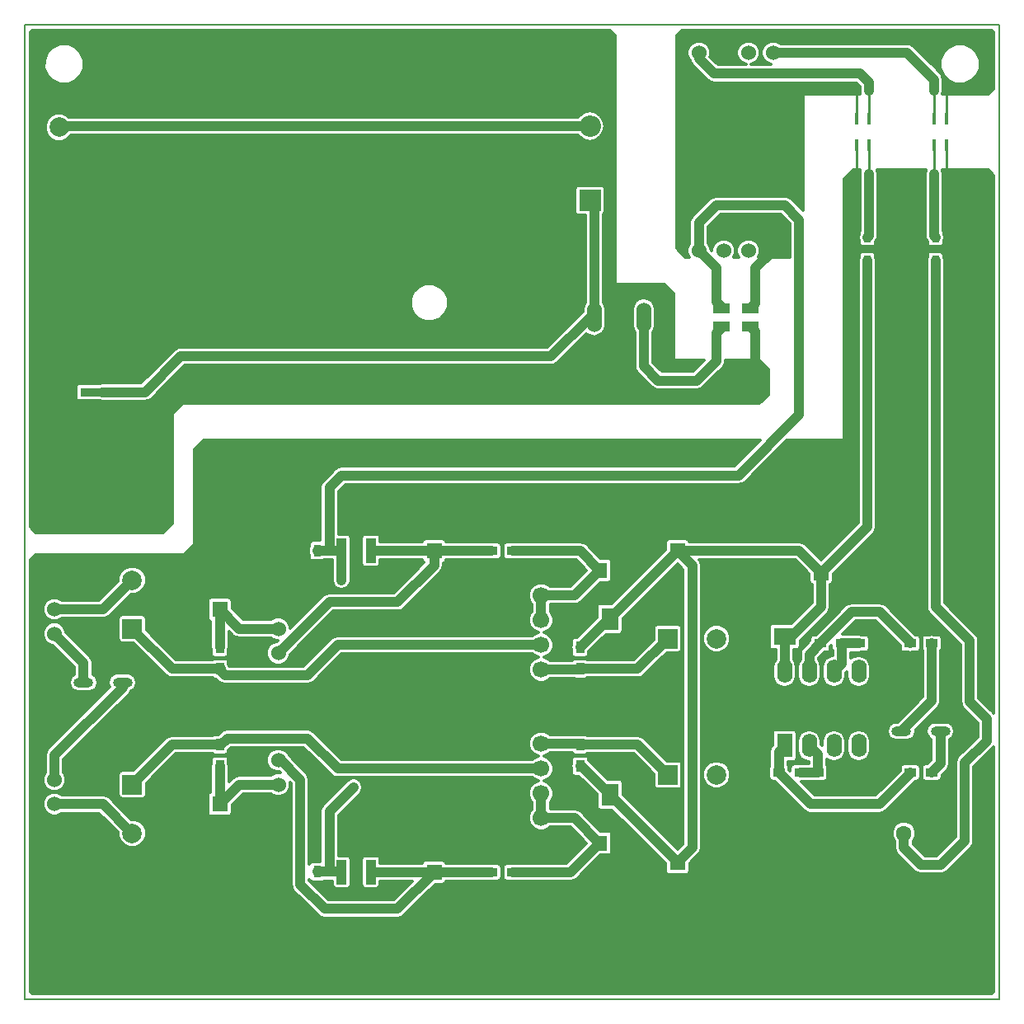
<source format=gbr>
%TF.GenerationSoftware,KiCad,Pcbnew,4.0.7*%
%TF.CreationDate,2021-06-18T00:58:30+09:00*%
%TF.ProjectId,NuTube_MUSES_AMP_PCB_v2,4E75547562655F4D555345535F414D50,rev?*%
%TF.FileFunction,Copper,L1,Top,Signal*%
%FSLAX46Y46*%
G04 Gerber Fmt 4.6, Leading zero omitted, Abs format (unit mm)*
G04 Created by KiCad (PCBNEW 4.0.7) date 06/18/21 00:58:30*
%MOMM*%
%LPD*%
G01*
G04 APERTURE LIST*
%ADD10C,0.100000*%
%ADD11C,0.150000*%
%ADD12C,0.762000*%
%ADD13C,6.000000*%
%ADD14R,1.000000X0.600000*%
%ADD15R,0.800000X1.000000*%
%ADD16R,1.600000X1.600000*%
%ADD17C,1.600000*%
%ADD18R,2.000000X2.000000*%
%ADD19C,2.000000*%
%ADD20R,1.800000X2.300000*%
%ADD21R,2.300000X1.800000*%
%ADD22R,2.200000X2.200000*%
%ADD23O,2.200000X2.200000*%
%ADD24R,0.700000X2.300000*%
%ADD25R,1.700000X1.000000*%
%ADD26R,0.400000X1.200000*%
%ADD27O,1.400000X0.900000*%
%ADD28R,4.500000X0.900000*%
%ADD29O,2.000000X1.000000*%
%ADD30R,0.900000X1.200000*%
%ADD31R,1.200000X0.900000*%
%ADD32C,1.524000*%
%ADD33O,1.524000X3.048000*%
%ADD34R,1.000000X2.500000*%
%ADD35R,2.000000X4.000000*%
%ADD36R,1.600000X2.400000*%
%ADD37O,1.600000X2.400000*%
%ADD38R,0.750000X1.200000*%
%ADD39C,1.700000*%
%ADD40C,0.600000*%
%ADD41C,0.250000*%
%ADD42C,1.000000*%
%ADD43C,0.300000*%
G04 APERTURE END LIST*
D10*
D11*
X142000000Y-130000000D02*
X42000000Y-130000000D01*
X142000000Y-30000000D02*
X142000000Y-130000000D01*
X142000000Y-30000000D02*
X42000000Y-30000000D01*
X42000000Y-30000000D02*
X142000000Y-30000000D01*
X42000000Y-130000000D02*
X42000000Y-30000000D01*
D12*
X116500000Y-73000000D03*
X133500000Y-95000000D03*
X60500000Y-105500000D03*
X60500000Y-94500000D03*
X72750000Y-118500000D03*
X80000000Y-118500000D03*
X81250000Y-85750000D03*
D13*
X138000000Y-126000000D03*
D12*
X73750000Y-108000000D03*
X98750000Y-114000000D03*
X98750000Y-86000000D03*
X69750000Y-104750000D03*
X69750000Y-95000000D03*
X74000000Y-92000000D03*
X77500000Y-92000000D03*
X77500000Y-108000000D03*
X64000000Y-105500000D03*
X64000000Y-94250000D03*
D13*
X46000000Y-126000000D03*
D12*
X71750000Y-113750000D03*
X77500000Y-100000000D03*
X74000000Y-100000000D03*
X108750000Y-100250000D03*
X112250000Y-100250000D03*
X112250000Y-85750000D03*
X108750000Y-86750000D03*
X108750000Y-90750000D03*
X108750000Y-113250000D03*
X108750000Y-109250000D03*
X101250000Y-105750000D03*
X97500000Y-107500000D03*
X97500000Y-92500000D03*
X101250000Y-94250000D03*
X117000000Y-89500000D03*
X117000000Y-110750000D03*
X124250000Y-100250000D03*
X122250000Y-100250000D03*
X120250000Y-100250000D03*
X127750000Y-92000000D03*
X123500000Y-108250000D03*
X127500000Y-113250000D03*
X140750000Y-106000000D03*
X136750000Y-107500000D03*
X133250000Y-109000000D03*
X130500000Y-106500000D03*
X134000000Y-103750000D03*
X136000000Y-100750000D03*
X137750000Y-104250000D03*
X135000000Y-91750000D03*
X137000000Y-93750000D03*
X140750000Y-98500000D03*
X137500000Y-53000000D03*
X126500000Y-53000000D03*
X132000000Y-53000000D03*
X127000000Y-45750000D03*
X130250000Y-45250000D03*
X133750000Y-45250000D03*
X137000000Y-45250000D03*
X137250000Y-36500000D03*
X140750000Y-36000000D03*
X140750000Y-31250000D03*
X134000000Y-31500000D03*
X126500000Y-36750000D03*
X110000000Y-31250000D03*
X121500000Y-47250000D03*
X109500000Y-52250000D03*
X113250000Y-50500000D03*
X43250000Y-81000000D03*
X56250000Y-81250000D03*
X57250000Y-69000000D03*
X117500000Y-68000000D03*
X117500000Y-65250000D03*
X110600000Y-64700000D03*
X107500000Y-57500000D03*
X101500000Y-31500000D03*
X140750000Y-46000000D03*
X119500000Y-50500000D03*
D10*
G36*
X126800000Y-52500000D02*
X127200000Y-52700000D01*
X127200000Y-53300000D01*
X126800000Y-53500000D01*
X126800000Y-52500000D01*
X126800000Y-52500000D01*
G37*
D14*
X129300000Y-53000000D03*
D15*
X128500000Y-51800000D03*
D14*
X127700000Y-53000000D03*
D15*
X128500000Y-54200000D03*
D10*
G36*
X129800000Y-52700000D02*
X130200000Y-52500000D01*
X130200000Y-53500000D01*
X129800000Y-53300000D01*
X129800000Y-52700000D01*
X129800000Y-52700000D01*
G37*
G36*
X137200000Y-53500000D02*
X136800000Y-53300000D01*
X136800000Y-52700000D01*
X137200000Y-52500000D01*
X137200000Y-53500000D01*
X137200000Y-53500000D01*
G37*
D14*
X134700000Y-53000000D03*
D15*
X135500000Y-54200000D03*
D14*
X136300000Y-53000000D03*
D15*
X135500000Y-51800000D03*
D10*
G36*
X134200000Y-53300000D02*
X133800000Y-53500000D01*
X133800000Y-52500000D01*
X134200000Y-52700000D01*
X134200000Y-53300000D01*
X134200000Y-53300000D01*
G37*
D16*
X84000000Y-84000000D03*
D17*
X84000000Y-81500000D03*
D16*
X84000000Y-117000000D03*
D17*
X84000000Y-114500000D03*
D18*
X53000000Y-92000000D03*
D19*
X53000000Y-87000000D03*
D16*
X62000000Y-90000000D03*
D17*
X62000000Y-87500000D03*
D18*
X53000000Y-108000000D03*
D19*
X53000000Y-113000000D03*
D16*
X62000000Y-110000000D03*
D17*
X62000000Y-112500000D03*
D16*
X109000000Y-84000000D03*
D17*
X109000000Y-81500000D03*
D20*
X102050000Y-91000000D03*
X98450000Y-91000000D03*
D16*
X101000000Y-114000000D03*
D17*
X101000000Y-116500000D03*
D16*
X101000000Y-86000000D03*
D17*
X101000000Y-83500000D03*
D20*
X102050000Y-109000000D03*
X98450000Y-109000000D03*
D16*
X109000000Y-116000000D03*
D17*
X109000000Y-118500000D03*
D18*
X108000000Y-107000000D03*
D19*
X113000000Y-107000000D03*
D18*
X108000000Y-93000000D03*
D19*
X113000000Y-93000000D03*
D16*
X123750000Y-86250000D03*
D17*
X126250000Y-86250000D03*
D16*
X134750000Y-113000000D03*
D17*
X132250000Y-113000000D03*
D21*
X120000000Y-92800000D03*
X120000000Y-89200000D03*
D22*
X100000000Y-48000000D03*
D23*
X100000000Y-40380000D03*
D24*
X113000000Y-61600000D03*
X117000000Y-61600000D03*
X117000000Y-58400000D03*
X113000000Y-58400000D03*
D25*
X113500000Y-60950000D03*
X116500000Y-60950000D03*
X116500000Y-59050000D03*
X113500000Y-59050000D03*
D26*
X128650000Y-39650000D03*
X127350000Y-39650000D03*
X127350000Y-42350000D03*
X128650000Y-42350000D03*
X136650000Y-39650000D03*
X135350000Y-39650000D03*
X135350000Y-42350000D03*
X136650000Y-42350000D03*
D19*
X45500000Y-40500000D03*
X45500000Y-53500000D03*
D27*
X44000000Y-65450000D03*
D28*
X49900000Y-70300000D03*
X49900000Y-67700000D03*
D27*
X44000000Y-72550000D03*
D29*
X45000000Y-97500000D03*
X48000000Y-97500000D03*
X52000000Y-97500000D03*
X53500000Y-102300000D03*
X139000000Y-102500000D03*
X136000000Y-102500000D03*
X132000000Y-102500000D03*
X130500000Y-97700000D03*
D30*
X62000000Y-96100000D03*
X62000000Y-93900000D03*
D31*
X89900000Y-84000000D03*
X92100000Y-84000000D03*
D30*
X62000000Y-103900000D03*
X62000000Y-106100000D03*
D31*
X89900000Y-117000000D03*
X92100000Y-117000000D03*
D30*
X99000000Y-106100000D03*
X99000000Y-103900000D03*
X99000000Y-93900000D03*
X99000000Y-96100000D03*
D31*
X123400000Y-106750000D03*
X125600000Y-106750000D03*
X121600000Y-106750000D03*
X119400000Y-106750000D03*
X132900000Y-106750000D03*
X135100000Y-106750000D03*
X127650000Y-93500000D03*
X129850000Y-93500000D03*
X125850000Y-93500000D03*
X123650000Y-93500000D03*
X132900000Y-93500000D03*
X135100000Y-93500000D03*
D32*
X45000000Y-92500000D03*
X45000000Y-90000000D03*
X45000000Y-87500000D03*
X68000000Y-89500000D03*
X68000000Y-92000000D03*
X68000000Y-94500000D03*
X45000000Y-107500000D03*
X45000000Y-110000000D03*
X45000000Y-112500000D03*
X68000000Y-110500000D03*
X68000000Y-108000000D03*
X68000000Y-105500000D03*
D33*
X105540000Y-60000000D03*
X100460000Y-60000000D03*
D32*
X111190000Y-53160000D03*
X113730000Y-53160000D03*
X116270000Y-53160000D03*
X118810000Y-53160000D03*
X111190000Y-32840000D03*
X113730000Y-32840000D03*
X116270000Y-32840000D03*
X118810000Y-32840000D03*
D34*
X74500000Y-83980000D03*
X76000000Y-83980000D03*
X77500000Y-83980000D03*
D35*
X76000000Y-80020000D03*
D10*
G36*
X77000000Y-81995000D02*
X76500000Y-82745000D01*
X75500000Y-82745000D01*
X75000000Y-81995000D01*
X77000000Y-81995000D01*
X77000000Y-81995000D01*
G37*
D34*
X74500000Y-116980000D03*
X76000000Y-116980000D03*
X77500000Y-116980000D03*
D35*
X76000000Y-113020000D03*
D10*
G36*
X77000000Y-114995000D02*
X76500000Y-115745000D01*
X75500000Y-115745000D01*
X75000000Y-114995000D01*
X77000000Y-114995000D01*
X77000000Y-114995000D01*
G37*
D36*
X120000000Y-104000000D03*
D37*
X127620000Y-96380000D03*
X122540000Y-104000000D03*
X125080000Y-96380000D03*
X125080000Y-104000000D03*
X122540000Y-96380000D03*
X127620000Y-104000000D03*
X120000000Y-96380000D03*
D38*
X72000000Y-83950000D03*
X72000000Y-82050000D03*
X72000000Y-116950000D03*
X72000000Y-115050000D03*
D39*
X95000000Y-111430000D03*
X95000000Y-108890000D03*
X95000000Y-106350000D03*
X95000000Y-103810000D03*
X95000000Y-101270000D03*
X95000000Y-98730000D03*
X95000000Y-96190000D03*
X95000000Y-93650000D03*
X95000000Y-91110000D03*
X95000000Y-88570000D03*
X73000000Y-124430000D03*
X75540000Y-124430000D03*
X78080000Y-124430000D03*
X80620000Y-124430000D03*
X80620000Y-73430000D03*
X78080000Y-73430000D03*
X75540000Y-73430000D03*
X73000000Y-73430000D03*
D12*
X43500000Y-31500000D03*
D40*
X75750000Y-108250000D03*
X74500000Y-87000000D03*
D41*
X136650000Y-42350000D02*
X136650000Y-45050000D01*
X127350000Y-42350000D02*
X127350000Y-45150000D01*
D42*
X128650000Y-45250000D02*
X128650000Y-51650000D01*
X128650000Y-51650000D02*
X128500000Y-51800000D01*
D41*
X128650000Y-45900000D02*
X128650000Y-45250000D01*
X128650000Y-45250000D02*
X128650000Y-45050000D01*
X128650000Y-45050000D02*
X128650000Y-42350000D01*
D42*
X109000000Y-84000000D02*
X110500000Y-85500000D01*
X110500000Y-114500000D02*
X109000000Y-116000000D01*
X110500000Y-85500000D02*
X110500000Y-114500000D01*
X109000000Y-84000000D02*
X121500000Y-84000000D01*
X121500000Y-84000000D02*
X123750000Y-86250000D01*
X128500000Y-54200000D02*
X128500000Y-81500000D01*
X128500000Y-81500000D02*
X123750000Y-86250000D01*
X120000000Y-92800000D02*
X120700000Y-92800000D01*
X120700000Y-92800000D02*
X123750000Y-89750000D01*
X123750000Y-89750000D02*
X123750000Y-86250000D01*
X102050000Y-91000000D02*
X102050000Y-90950000D01*
X102050000Y-90950000D02*
X109000000Y-84000000D01*
X102050000Y-91000000D02*
X101900000Y-91000000D01*
X101900000Y-91000000D02*
X99000000Y-93900000D01*
X102050000Y-109000000D02*
X102050000Y-109050000D01*
X102050000Y-109050000D02*
X109000000Y-116000000D01*
X99000000Y-106100000D02*
X99150000Y-106100000D01*
X99150000Y-106100000D02*
X102050000Y-109000000D01*
X120000000Y-96380000D02*
X120000000Y-92800000D01*
X120200000Y-92800000D02*
X120000000Y-92800000D01*
X135500000Y-78500000D02*
X135500000Y-89750000D01*
X132250000Y-114500000D02*
X134000000Y-116250000D01*
X135500000Y-54200000D02*
X135500000Y-78500000D01*
X132250000Y-114500000D02*
X132250000Y-113000000D01*
X136000000Y-116250000D02*
X134000000Y-116250000D01*
X138500000Y-113750000D02*
X136000000Y-116250000D01*
X138500000Y-105750000D02*
X138500000Y-113750000D01*
X140750000Y-103500000D02*
X138500000Y-105750000D01*
X140750000Y-101250000D02*
X140750000Y-103500000D01*
X139000000Y-99500000D02*
X140750000Y-101250000D01*
X139000000Y-93250000D02*
X139000000Y-99500000D01*
X135500000Y-89750000D02*
X139000000Y-93250000D01*
X135350000Y-45250000D02*
X135350000Y-51650000D01*
X135350000Y-51650000D02*
X135500000Y-51800000D01*
D41*
X135350000Y-45850000D02*
X135350000Y-45250000D01*
X135350000Y-45250000D02*
X135350000Y-44950000D01*
X135350000Y-44950000D02*
X135350000Y-42350000D01*
D42*
X113500000Y-59050000D02*
X113500000Y-58900000D01*
X113500000Y-58900000D02*
X113000000Y-58400000D01*
X74500000Y-83980000D02*
X73280000Y-83980000D01*
X74500000Y-83980000D02*
X74500000Y-87000000D01*
X73250000Y-110750000D02*
X73250000Y-116950000D01*
X75750000Y-108250000D02*
X73250000Y-110750000D01*
X72000000Y-116950000D02*
X73250000Y-116950000D01*
X73250000Y-116950000D02*
X74470000Y-116950000D01*
X74470000Y-116950000D02*
X74500000Y-116980000D01*
X73280000Y-83980000D02*
X73250000Y-83950000D01*
X72000000Y-83950000D02*
X73250000Y-83950000D01*
X111190000Y-50310000D02*
X113000000Y-48500000D01*
X113000000Y-48500000D02*
X120000000Y-48500000D01*
X120000000Y-48500000D02*
X121500000Y-50000000D01*
X121500000Y-50000000D02*
X121500000Y-70000000D01*
X121500000Y-70000000D02*
X115250000Y-76250000D01*
X115250000Y-76250000D02*
X74500000Y-76250000D01*
X74500000Y-76250000D02*
X73250000Y-77500000D01*
X73250000Y-77500000D02*
X73250000Y-84000000D01*
X111190000Y-50310000D02*
X111190000Y-53160000D01*
X73250000Y-83950000D02*
X73250000Y-84000000D01*
X113000000Y-58400000D02*
X113000000Y-54970000D01*
X113000000Y-54970000D02*
X111190000Y-53160000D01*
X84000000Y-84000000D02*
X84000000Y-85500000D01*
X73250000Y-89250000D02*
X68000000Y-94500000D01*
X80250000Y-89250000D02*
X73250000Y-89250000D01*
X84000000Y-85500000D02*
X80250000Y-89250000D01*
X84000000Y-84000000D02*
X89900000Y-84000000D01*
X77500000Y-83980000D02*
X83980000Y-83980000D01*
X83980000Y-83980000D02*
X84000000Y-84000000D01*
X68000000Y-105500000D02*
X68250000Y-105500000D01*
X68250000Y-105500000D02*
X70250000Y-107500000D01*
X70250000Y-107500000D02*
X70250000Y-118250000D01*
X70250000Y-118250000D02*
X72750000Y-120750000D01*
X72750000Y-120750000D02*
X80250000Y-120750000D01*
X80250000Y-120750000D02*
X84000000Y-117000000D01*
X84000000Y-117000000D02*
X89900000Y-117000000D01*
X77500000Y-116980000D02*
X79750000Y-116980000D01*
X79750000Y-116980000D02*
X83980000Y-116980000D01*
X83980000Y-116980000D02*
X84000000Y-117000000D01*
X62000000Y-96100000D02*
X62000000Y-96250000D01*
X62000000Y-96250000D02*
X62500000Y-96750000D01*
X74100000Y-93650000D02*
X95000000Y-93650000D01*
X71000000Y-96750000D02*
X74100000Y-93650000D01*
X62500000Y-96750000D02*
X71000000Y-96750000D01*
X62000000Y-96100000D02*
X62100000Y-96100000D01*
X62000000Y-96100000D02*
X57100000Y-96100000D01*
X57100000Y-96100000D02*
X53000000Y-92000000D01*
X45000000Y-90000000D02*
X50000000Y-90000000D01*
X50000000Y-90000000D02*
X53000000Y-87000000D01*
X62000000Y-90000000D02*
X62000000Y-93900000D01*
X68000000Y-92000000D02*
X64000000Y-92000000D01*
X64000000Y-92000000D02*
X62000000Y-90000000D01*
X62000000Y-103900000D02*
X62100000Y-103900000D01*
X62100000Y-103900000D02*
X62750000Y-103250000D01*
X74100000Y-106350000D02*
X95000000Y-106350000D01*
X71000000Y-103250000D02*
X74100000Y-106350000D01*
X62750000Y-103250000D02*
X71000000Y-103250000D01*
X62000000Y-103900000D02*
X57100000Y-103900000D01*
X57100000Y-103900000D02*
X53000000Y-108000000D01*
X45000000Y-110000000D02*
X50000000Y-110000000D01*
X50000000Y-110000000D02*
X53000000Y-113000000D01*
X62000000Y-110000000D02*
X62000000Y-106100000D01*
X68000000Y-108000000D02*
X64000000Y-108000000D01*
X64000000Y-108000000D02*
X62000000Y-110000000D01*
X95000000Y-111430000D02*
X95000000Y-108890000D01*
X95000000Y-111430000D02*
X98430000Y-111430000D01*
X98430000Y-111430000D02*
X101000000Y-114000000D01*
X92100000Y-117000000D02*
X98000000Y-117000000D01*
X98000000Y-117000000D02*
X101000000Y-114000000D01*
X95000000Y-88570000D02*
X95000000Y-91110000D01*
X95000000Y-88570000D02*
X98430000Y-88570000D01*
X98430000Y-88570000D02*
X101000000Y-86000000D01*
X92100000Y-84000000D02*
X99000000Y-84000000D01*
X99000000Y-84000000D02*
X101000000Y-86000000D01*
X99000000Y-103900000D02*
X104900000Y-103900000D01*
X104900000Y-103900000D02*
X108000000Y-107000000D01*
X95000000Y-103810000D02*
X98910000Y-103810000D01*
X98910000Y-103810000D02*
X99000000Y-103900000D01*
X99000000Y-96100000D02*
X104900000Y-96100000D01*
X104900000Y-96100000D02*
X108000000Y-93000000D01*
X95000000Y-96190000D02*
X98910000Y-96190000D01*
X98910000Y-96190000D02*
X99000000Y-96100000D01*
X100460000Y-60000000D02*
X100000000Y-60000000D01*
X100000000Y-60000000D02*
X96000000Y-64000000D01*
X54300000Y-67700000D02*
X49900000Y-67700000D01*
X58000000Y-64000000D02*
X54300000Y-67700000D01*
X96000000Y-64000000D02*
X58000000Y-64000000D01*
X100460000Y-60000000D02*
X100460000Y-48460000D01*
X100460000Y-48460000D02*
X100000000Y-48000000D01*
X100000000Y-40380000D02*
X45620000Y-40380000D01*
X45620000Y-40380000D02*
X45500000Y-40500000D01*
X113500000Y-60950000D02*
X113500000Y-61100000D01*
X113500000Y-61100000D02*
X113000000Y-61600000D01*
X113000000Y-61600000D02*
X113000000Y-64500000D01*
X105540000Y-65040000D02*
X105540000Y-60000000D01*
X107000000Y-66500000D02*
X105540000Y-65040000D01*
X111000000Y-66500000D02*
X107000000Y-66500000D01*
X113000000Y-64500000D02*
X111000000Y-66500000D01*
X117000000Y-61600000D02*
X117000000Y-61450000D01*
X117000000Y-61450000D02*
X116500000Y-60950000D01*
X117000000Y-61600000D02*
X117000000Y-64950000D01*
D41*
X127350000Y-39650000D02*
X127350000Y-36750000D01*
X136650000Y-39650000D02*
X136650000Y-36700000D01*
D42*
X117000000Y-58400000D02*
X117000000Y-58550000D01*
X117000000Y-58550000D02*
X116500000Y-59050000D01*
X117000000Y-58400000D02*
X117000000Y-54970000D01*
X117000000Y-54970000D02*
X118810000Y-53160000D01*
X128650000Y-35900000D02*
X128650000Y-36750000D01*
D41*
X128650000Y-39650000D02*
X128650000Y-36750000D01*
D42*
X127750000Y-35000000D02*
X128650000Y-35900000D01*
X112750000Y-35000000D02*
X127750000Y-35000000D01*
X112750000Y-35000000D02*
X111190000Y-33440000D01*
X111190000Y-32840000D02*
X111190000Y-33440000D01*
X135350000Y-36750000D02*
X135350000Y-35600000D01*
X135350000Y-35600000D02*
X132590000Y-32840000D01*
X118810000Y-32840000D02*
X132590000Y-32840000D01*
D41*
X135350000Y-39650000D02*
X135350000Y-36750000D01*
X135350000Y-36750000D02*
X135350000Y-35600000D01*
D42*
X48000000Y-97500000D02*
X48000000Y-95500000D01*
X48000000Y-95500000D02*
X45000000Y-92500000D01*
X52000000Y-97500000D02*
X52000000Y-98000000D01*
X52000000Y-98000000D02*
X45000000Y-105000000D01*
X45000000Y-105000000D02*
X45000000Y-107500000D01*
X136000000Y-102500000D02*
X136000000Y-105850000D01*
X136000000Y-105850000D02*
X135100000Y-106750000D01*
X135100000Y-93500000D02*
X135100000Y-99400000D01*
X135100000Y-99400000D02*
X132000000Y-102500000D01*
X121600000Y-106750000D02*
X123400000Y-106750000D01*
X123400000Y-106750000D02*
X123400000Y-104860000D01*
X123400000Y-104860000D02*
X122540000Y-104000000D01*
X119400000Y-106750000D02*
X119400000Y-104600000D01*
X119400000Y-104600000D02*
X120000000Y-104000000D01*
X132900000Y-106750000D02*
X132900000Y-106850000D01*
X132900000Y-106850000D02*
X129750000Y-110000000D01*
X129750000Y-110000000D02*
X122650000Y-110000000D01*
X122650000Y-110000000D02*
X119400000Y-106750000D01*
X125850000Y-93500000D02*
X127650000Y-93500000D01*
X125850000Y-93500000D02*
X125850000Y-95610000D01*
X125850000Y-95610000D02*
X125080000Y-96380000D01*
X125000000Y-96300000D02*
X125080000Y-96380000D01*
X132900000Y-93500000D02*
X132900000Y-93400000D01*
X132900000Y-93400000D02*
X129750000Y-90250000D01*
X129750000Y-90250000D02*
X126900000Y-90250000D01*
X126900000Y-90250000D02*
X123650000Y-93500000D01*
X122540000Y-96380000D02*
X122540000Y-94610000D01*
X122540000Y-94610000D02*
X123650000Y-93500000D01*
D43*
G36*
X127700000Y-45250000D02*
X127700000Y-51088319D01*
X127677332Y-51121495D01*
X127641184Y-51300000D01*
X127641184Y-51408209D01*
X127622314Y-51436450D01*
X127550001Y-51800000D01*
X127622314Y-52163550D01*
X127641184Y-52191791D01*
X127641184Y-52300000D01*
X127672562Y-52466760D01*
X127771117Y-52619919D01*
X127921495Y-52722668D01*
X128100000Y-52758816D01*
X128900000Y-52758816D01*
X129066760Y-52727438D01*
X129219919Y-52628883D01*
X129322668Y-52478505D01*
X129358816Y-52300000D01*
X129358816Y-52266280D01*
X129527686Y-52013550D01*
X129574163Y-51779891D01*
X129600000Y-51650000D01*
X129600000Y-45250000D01*
X129530381Y-44900000D01*
X134469619Y-44900000D01*
X134400000Y-45250000D01*
X134400000Y-51650000D01*
X134425837Y-51779891D01*
X134472314Y-52013550D01*
X134641184Y-52266280D01*
X134641184Y-52300000D01*
X134672562Y-52466760D01*
X134771117Y-52619919D01*
X134921495Y-52722668D01*
X135100000Y-52758816D01*
X135900000Y-52758816D01*
X136066760Y-52727438D01*
X136219919Y-52628883D01*
X136322668Y-52478505D01*
X136358816Y-52300000D01*
X136358816Y-52191791D01*
X136377686Y-52163550D01*
X136449999Y-51800000D01*
X136377686Y-51436450D01*
X136358816Y-51408209D01*
X136358816Y-51300000D01*
X136327438Y-51133240D01*
X136300000Y-51090600D01*
X136300000Y-45250000D01*
X136230381Y-44900000D01*
X140937868Y-44900000D01*
X141475000Y-45437132D01*
X141475000Y-100657940D01*
X141421752Y-100578249D01*
X139950000Y-99106498D01*
X139950000Y-93250000D01*
X139877686Y-92886451D01*
X139779846Y-92740024D01*
X139671751Y-92578248D01*
X136450000Y-89356498D01*
X136450000Y-54200000D01*
X136377686Y-53836451D01*
X136358816Y-53808210D01*
X136358816Y-53700000D01*
X136327438Y-53533240D01*
X136228883Y-53380081D01*
X136078505Y-53277332D01*
X135900000Y-53241184D01*
X135100000Y-53241184D01*
X134933240Y-53272562D01*
X134780081Y-53371117D01*
X134677332Y-53521495D01*
X134641184Y-53700000D01*
X134641184Y-53808210D01*
X134622314Y-53836451D01*
X134550000Y-54200000D01*
X134550000Y-89750000D01*
X134599728Y-90000000D01*
X134622314Y-90113550D01*
X134828249Y-90421751D01*
X138050000Y-93643503D01*
X138050000Y-99500000D01*
X138102423Y-99763549D01*
X138122314Y-99863550D01*
X138328249Y-100171751D01*
X139800000Y-101643503D01*
X139800000Y-103106497D01*
X137828249Y-105078249D01*
X137622314Y-105386450D01*
X137622314Y-105386451D01*
X137550000Y-105750000D01*
X137550000Y-113356497D01*
X135606498Y-115300000D01*
X134393503Y-115300000D01*
X133200000Y-114106498D01*
X133200000Y-113817883D01*
X133309081Y-113708993D01*
X133499783Y-113249731D01*
X133500217Y-112752450D01*
X133310316Y-112292857D01*
X132958993Y-111940919D01*
X132499731Y-111750217D01*
X132002450Y-111749783D01*
X131542857Y-111939684D01*
X131190919Y-112291007D01*
X131000217Y-112750269D01*
X130999783Y-113247550D01*
X131189684Y-113707143D01*
X131300000Y-113817652D01*
X131300000Y-114500000D01*
X131359673Y-114800000D01*
X131372314Y-114863550D01*
X131578249Y-115171751D01*
X133328249Y-116921752D01*
X133636450Y-117127686D01*
X134000000Y-117200000D01*
X136000000Y-117200000D01*
X136303233Y-117139683D01*
X136363550Y-117127686D01*
X136671751Y-116921751D01*
X139171752Y-114421751D01*
X139377686Y-114113550D01*
X139400272Y-114000000D01*
X139450000Y-113750000D01*
X139450000Y-106143502D01*
X141421752Y-104171751D01*
X141475000Y-104092060D01*
X141475000Y-129312868D01*
X141312868Y-129475000D01*
X42687132Y-129475000D01*
X42525000Y-129312868D01*
X42525000Y-110240024D01*
X43787791Y-110240024D01*
X43971918Y-110685646D01*
X44312561Y-111026884D01*
X44757861Y-111211789D01*
X45240024Y-111212209D01*
X45685646Y-111028082D01*
X45763864Y-110950000D01*
X49606498Y-110950000D01*
X51550092Y-112893595D01*
X51549749Y-113287157D01*
X51770033Y-113820286D01*
X52177569Y-114228533D01*
X52710312Y-114449748D01*
X53287157Y-114450251D01*
X53820286Y-114229967D01*
X54228533Y-113822431D01*
X54449748Y-113289688D01*
X54450251Y-112712843D01*
X54229967Y-112179714D01*
X53822431Y-111771467D01*
X53289688Y-111550252D01*
X52893409Y-111549906D01*
X50671751Y-109328249D01*
X50363550Y-109122314D01*
X50303233Y-109110317D01*
X50000000Y-109050000D01*
X45764189Y-109050000D01*
X45687439Y-108973116D01*
X45242139Y-108788211D01*
X44759976Y-108787791D01*
X44314354Y-108971918D01*
X43973116Y-109312561D01*
X43788211Y-109757861D01*
X43787791Y-110240024D01*
X42525000Y-110240024D01*
X42525000Y-107740024D01*
X43787791Y-107740024D01*
X43971918Y-108185646D01*
X44312561Y-108526884D01*
X44757861Y-108711789D01*
X45240024Y-108712209D01*
X45685646Y-108528082D01*
X46026884Y-108187439D01*
X46211789Y-107742139D01*
X46212209Y-107259976D01*
X46104790Y-107000000D01*
X51541184Y-107000000D01*
X51541184Y-109000000D01*
X51572562Y-109166760D01*
X51671117Y-109319919D01*
X51821495Y-109422668D01*
X52000000Y-109458816D01*
X54000000Y-109458816D01*
X54166760Y-109427438D01*
X54319919Y-109328883D01*
X54407981Y-109200000D01*
X60741184Y-109200000D01*
X60741184Y-110800000D01*
X60772562Y-110966760D01*
X60871117Y-111119919D01*
X61021495Y-111222668D01*
X61200000Y-111258816D01*
X62800000Y-111258816D01*
X62966760Y-111227438D01*
X63119919Y-111128883D01*
X63222668Y-110978505D01*
X63258816Y-110800000D01*
X63258816Y-110084686D01*
X64393503Y-108950000D01*
X67235811Y-108950000D01*
X67312561Y-109026884D01*
X67757861Y-109211789D01*
X68240024Y-109212209D01*
X68685646Y-109028082D01*
X69026884Y-108687439D01*
X69211789Y-108242139D01*
X69212169Y-107805672D01*
X69300000Y-107893503D01*
X69300000Y-118250000D01*
X69359657Y-118549919D01*
X69372314Y-118613550D01*
X69578249Y-118921751D01*
X72078249Y-121421752D01*
X72386450Y-121627686D01*
X72446767Y-121639683D01*
X72750000Y-121700000D01*
X80250000Y-121700000D01*
X80553233Y-121639683D01*
X80613550Y-121627686D01*
X80921751Y-121421751D01*
X84084687Y-118258816D01*
X84800000Y-118258816D01*
X84966760Y-118227438D01*
X85119919Y-118128883D01*
X85222668Y-117978505D01*
X85228440Y-117950000D01*
X89900000Y-117950000D01*
X90107047Y-117908816D01*
X90500000Y-117908816D01*
X90666760Y-117877438D01*
X90819919Y-117778883D01*
X90922668Y-117628505D01*
X90958816Y-117450000D01*
X90958816Y-116550000D01*
X90927438Y-116383240D01*
X90828883Y-116230081D01*
X90678505Y-116127332D01*
X90500000Y-116091184D01*
X90107047Y-116091184D01*
X89900000Y-116050000D01*
X85230592Y-116050000D01*
X85227438Y-116033240D01*
X85128883Y-115880081D01*
X84978505Y-115777332D01*
X84800000Y-115741184D01*
X83200000Y-115741184D01*
X83033240Y-115772562D01*
X82880081Y-115871117D01*
X82777332Y-116021495D01*
X82775610Y-116030000D01*
X78458816Y-116030000D01*
X78458816Y-115730000D01*
X78427438Y-115563240D01*
X78328883Y-115410081D01*
X78178505Y-115307332D01*
X78000000Y-115271184D01*
X77000000Y-115271184D01*
X76833240Y-115302562D01*
X76680081Y-115401117D01*
X76577332Y-115551495D01*
X76541184Y-115730000D01*
X76541184Y-118230000D01*
X76572562Y-118396760D01*
X76671117Y-118549919D01*
X76821495Y-118652668D01*
X77000000Y-118688816D01*
X78000000Y-118688816D01*
X78166760Y-118657438D01*
X78319919Y-118558883D01*
X78422668Y-118408505D01*
X78458816Y-118230000D01*
X78458816Y-117930000D01*
X81726497Y-117930000D01*
X79856498Y-119800000D01*
X73143503Y-119800000D01*
X71200000Y-117856498D01*
X71200000Y-117720549D01*
X71296117Y-117869919D01*
X71446495Y-117972668D01*
X71625000Y-118008816D01*
X72375000Y-118008816D01*
X72541760Y-117977438D01*
X72662102Y-117900000D01*
X73541184Y-117900000D01*
X73541184Y-118230000D01*
X73572562Y-118396760D01*
X73671117Y-118549919D01*
X73821495Y-118652668D01*
X74000000Y-118688816D01*
X75000000Y-118688816D01*
X75166760Y-118657438D01*
X75319919Y-118558883D01*
X75422668Y-118408505D01*
X75458816Y-118230000D01*
X75458816Y-115730000D01*
X75427438Y-115563240D01*
X75328883Y-115410081D01*
X75178505Y-115307332D01*
X75000000Y-115271184D01*
X74200000Y-115271184D01*
X74200000Y-111143502D01*
X76421752Y-108921751D01*
X76627686Y-108613550D01*
X76699999Y-108250000D01*
X76627686Y-107886450D01*
X76421752Y-107578248D01*
X76113550Y-107372314D01*
X75750000Y-107300001D01*
X75386450Y-107372314D01*
X75078249Y-107578248D01*
X72578249Y-110078249D01*
X72372314Y-110386450D01*
X72372314Y-110386451D01*
X72300000Y-110750000D01*
X72300000Y-115891184D01*
X71625000Y-115891184D01*
X71458240Y-115922562D01*
X71305081Y-116021117D01*
X71202332Y-116171495D01*
X71200000Y-116183011D01*
X71200000Y-107500000D01*
X71127686Y-107136451D01*
X71127686Y-107136450D01*
X70921751Y-106828248D01*
X69112737Y-105019235D01*
X69028082Y-104814354D01*
X68687439Y-104473116D01*
X68242139Y-104288211D01*
X67759976Y-104287791D01*
X67314354Y-104471918D01*
X66973116Y-104812561D01*
X66788211Y-105257861D01*
X66787791Y-105740024D01*
X66971918Y-106185646D01*
X67312561Y-106526884D01*
X67757861Y-106711789D01*
X68118601Y-106712103D01*
X68194667Y-106788170D01*
X67759976Y-106787791D01*
X67314354Y-106971918D01*
X67236136Y-107050000D01*
X64000000Y-107050000D01*
X63696767Y-107110317D01*
X63636450Y-107122314D01*
X63328248Y-107328249D01*
X62950000Y-107706497D01*
X62950000Y-106100000D01*
X62908816Y-105892953D01*
X62908816Y-105500000D01*
X62877438Y-105333240D01*
X62778883Y-105180081D01*
X62628505Y-105077332D01*
X62450000Y-105041184D01*
X61550000Y-105041184D01*
X61383240Y-105072562D01*
X61230081Y-105171117D01*
X61127332Y-105321495D01*
X61091184Y-105500000D01*
X61091184Y-105892953D01*
X61050000Y-106100000D01*
X61050000Y-108769408D01*
X61033240Y-108772562D01*
X60880081Y-108871117D01*
X60777332Y-109021495D01*
X60741184Y-109200000D01*
X54407981Y-109200000D01*
X54422668Y-109178505D01*
X54458816Y-109000000D01*
X54458816Y-107884686D01*
X57493503Y-104850000D01*
X61265142Y-104850000D01*
X61371495Y-104922668D01*
X61550000Y-104958816D01*
X62450000Y-104958816D01*
X62616760Y-104927438D01*
X62769919Y-104828883D01*
X62872668Y-104678505D01*
X62908816Y-104500000D01*
X62908816Y-104434686D01*
X63143503Y-104200000D01*
X70606498Y-104200000D01*
X73428249Y-107021751D01*
X73736450Y-107227686D01*
X73796767Y-107239683D01*
X74100000Y-107300000D01*
X94111467Y-107300000D01*
X94262647Y-107451444D01*
X94668985Y-107620170D01*
X94264571Y-107787271D01*
X93898556Y-108152647D01*
X93700226Y-108630279D01*
X93699774Y-109147452D01*
X93897271Y-109625429D01*
X94050000Y-109778425D01*
X94050000Y-110541467D01*
X93898556Y-110692647D01*
X93700226Y-111170279D01*
X93699774Y-111687452D01*
X93897271Y-112165429D01*
X94262647Y-112531444D01*
X94740279Y-112729774D01*
X95257452Y-112730226D01*
X95735429Y-112532729D01*
X95888425Y-112380000D01*
X98036498Y-112380000D01*
X99656497Y-114000000D01*
X97606498Y-116050000D01*
X92100000Y-116050000D01*
X91892953Y-116091184D01*
X91500000Y-116091184D01*
X91333240Y-116122562D01*
X91180081Y-116221117D01*
X91077332Y-116371495D01*
X91041184Y-116550000D01*
X91041184Y-117450000D01*
X91072562Y-117616760D01*
X91171117Y-117769919D01*
X91321495Y-117872668D01*
X91500000Y-117908816D01*
X91892953Y-117908816D01*
X92100000Y-117950000D01*
X98000000Y-117950000D01*
X98319489Y-117886450D01*
X98363550Y-117877686D01*
X98671751Y-117671751D01*
X101084687Y-115258816D01*
X101800000Y-115258816D01*
X101966760Y-115227438D01*
X102119919Y-115128883D01*
X102222668Y-114978505D01*
X102258816Y-114800000D01*
X102258816Y-113200000D01*
X102227438Y-113033240D01*
X102128883Y-112880081D01*
X101978505Y-112777332D01*
X101800000Y-112741184D01*
X101084687Y-112741184D01*
X99101751Y-110758249D01*
X98793550Y-110552314D01*
X98733233Y-110540317D01*
X98430000Y-110480000D01*
X95950000Y-110480000D01*
X95950000Y-109778533D01*
X96101444Y-109627353D01*
X96299774Y-109149721D01*
X96300226Y-108632548D01*
X96102729Y-108154571D01*
X95737353Y-107788556D01*
X95331015Y-107619830D01*
X95735429Y-107452729D01*
X96101444Y-107087353D01*
X96299774Y-106609721D01*
X96300219Y-106100000D01*
X98050000Y-106100000D01*
X98091184Y-106307047D01*
X98091184Y-106700000D01*
X98122562Y-106866760D01*
X98221117Y-107019919D01*
X98371495Y-107122668D01*
X98550000Y-107158816D01*
X98865314Y-107158816D01*
X100691184Y-108984687D01*
X100691184Y-110150000D01*
X100722562Y-110316760D01*
X100821117Y-110469919D01*
X100971495Y-110572668D01*
X101150000Y-110608816D01*
X102265314Y-110608816D01*
X107741184Y-116084687D01*
X107741184Y-116800000D01*
X107772562Y-116966760D01*
X107871117Y-117119919D01*
X108021495Y-117222668D01*
X108200000Y-117258816D01*
X109800000Y-117258816D01*
X109966760Y-117227438D01*
X110119919Y-117128883D01*
X110222668Y-116978505D01*
X110258816Y-116800000D01*
X110258816Y-116084686D01*
X111171751Y-115171752D01*
X111319922Y-114949999D01*
X111377686Y-114863549D01*
X111450000Y-114500000D01*
X111450000Y-107287157D01*
X111549749Y-107287157D01*
X111770033Y-107820286D01*
X112177569Y-108228533D01*
X112710312Y-108449748D01*
X113287157Y-108450251D01*
X113820286Y-108229967D01*
X114228533Y-107822431D01*
X114449748Y-107289688D01*
X114450251Y-106712843D01*
X114279669Y-106300000D01*
X118341184Y-106300000D01*
X118341184Y-107200000D01*
X118372562Y-107366760D01*
X118471117Y-107519919D01*
X118621495Y-107622668D01*
X118800000Y-107658816D01*
X118965314Y-107658816D01*
X121978249Y-110671751D01*
X122286450Y-110877686D01*
X122346767Y-110889683D01*
X122650000Y-110950000D01*
X129750000Y-110950000D01*
X130053233Y-110889683D01*
X130113550Y-110877686D01*
X130421751Y-110671751D01*
X133434687Y-107658816D01*
X133500000Y-107658816D01*
X133666760Y-107627438D01*
X133819919Y-107528883D01*
X133922668Y-107378505D01*
X133958816Y-107200000D01*
X133958816Y-106300000D01*
X134041184Y-106300000D01*
X134041184Y-107200000D01*
X134072562Y-107366760D01*
X134171117Y-107519919D01*
X134321495Y-107622668D01*
X134500000Y-107658816D01*
X134892955Y-107658816D01*
X135100000Y-107699999D01*
X135307045Y-107658816D01*
X135700000Y-107658816D01*
X135866760Y-107627438D01*
X136019919Y-107528883D01*
X136122668Y-107378505D01*
X136158816Y-107200000D01*
X136158816Y-107034686D01*
X136671751Y-106521752D01*
X136877686Y-106213550D01*
X136893660Y-106133240D01*
X136950000Y-105850000D01*
X136950000Y-103338902D01*
X137200158Y-103171751D01*
X137406093Y-102863549D01*
X137478407Y-102500000D01*
X137406093Y-102136451D01*
X137200158Y-101828249D01*
X136891956Y-101622314D01*
X136528407Y-101550000D01*
X135471593Y-101550000D01*
X135108044Y-101622314D01*
X134799842Y-101828249D01*
X134593907Y-102136451D01*
X134521593Y-102500000D01*
X134593907Y-102863549D01*
X134799842Y-103171751D01*
X135050000Y-103338902D01*
X135050000Y-105456497D01*
X134665314Y-105841184D01*
X134500000Y-105841184D01*
X134333240Y-105872562D01*
X134180081Y-105971117D01*
X134077332Y-106121495D01*
X134041184Y-106300000D01*
X133958816Y-106300000D01*
X133927438Y-106133240D01*
X133828883Y-105980081D01*
X133678505Y-105877332D01*
X133500000Y-105841184D01*
X133107047Y-105841184D01*
X132900000Y-105800000D01*
X132692953Y-105841184D01*
X132300000Y-105841184D01*
X132133240Y-105872562D01*
X131980081Y-105971117D01*
X131877332Y-106121495D01*
X131841184Y-106300000D01*
X131841184Y-106565313D01*
X129356498Y-109050000D01*
X123043502Y-109050000D01*
X121693502Y-107700000D01*
X123400000Y-107700000D01*
X123607047Y-107658816D01*
X124000000Y-107658816D01*
X124166760Y-107627438D01*
X124319919Y-107528883D01*
X124422668Y-107378505D01*
X124458816Y-107200000D01*
X124458816Y-106300000D01*
X124427438Y-106133240D01*
X124350000Y-106012898D01*
X124350000Y-105419029D01*
X124601646Y-105587174D01*
X125080000Y-105682325D01*
X125558354Y-105587174D01*
X125963883Y-105316208D01*
X126234849Y-104910679D01*
X126330000Y-104432325D01*
X126330000Y-103567675D01*
X126370000Y-103567675D01*
X126370000Y-104432325D01*
X126465151Y-104910679D01*
X126736117Y-105316208D01*
X127141646Y-105587174D01*
X127620000Y-105682325D01*
X128098354Y-105587174D01*
X128503883Y-105316208D01*
X128774849Y-104910679D01*
X128870000Y-104432325D01*
X128870000Y-103567675D01*
X128774849Y-103089321D01*
X128503883Y-102683792D01*
X128228820Y-102500000D01*
X130521593Y-102500000D01*
X130593907Y-102863549D01*
X130799842Y-103171751D01*
X131108044Y-103377686D01*
X131471593Y-103450000D01*
X132528407Y-103450000D01*
X132891956Y-103377686D01*
X133200158Y-103171751D01*
X133406093Y-102863549D01*
X133478407Y-102500000D01*
X133456025Y-102387477D01*
X135771751Y-100071751D01*
X135977686Y-99763550D01*
X135989683Y-99703233D01*
X136050000Y-99400000D01*
X136050000Y-94234858D01*
X136122668Y-94128505D01*
X136158816Y-93950000D01*
X136158816Y-93050000D01*
X136127438Y-92883240D01*
X136028883Y-92730081D01*
X135878505Y-92627332D01*
X135700000Y-92591184D01*
X135307047Y-92591184D01*
X135100000Y-92550000D01*
X134892953Y-92591184D01*
X134500000Y-92591184D01*
X134333240Y-92622562D01*
X134180081Y-92721117D01*
X134077332Y-92871495D01*
X134041184Y-93050000D01*
X134041184Y-93950000D01*
X134072562Y-94116760D01*
X134150000Y-94237102D01*
X134150000Y-99006498D01*
X131606498Y-101550000D01*
X131471593Y-101550000D01*
X131108044Y-101622314D01*
X130799842Y-101828249D01*
X130593907Y-102136451D01*
X130521593Y-102500000D01*
X128228820Y-102500000D01*
X128098354Y-102412826D01*
X127620000Y-102317675D01*
X127141646Y-102412826D01*
X126736117Y-102683792D01*
X126465151Y-103089321D01*
X126370000Y-103567675D01*
X126330000Y-103567675D01*
X126234849Y-103089321D01*
X125963883Y-102683792D01*
X125558354Y-102412826D01*
X125080000Y-102317675D01*
X124601646Y-102412826D01*
X124196117Y-102683792D01*
X123925151Y-103089321D01*
X123830000Y-103567675D01*
X123830000Y-103946497D01*
X123790000Y-103906497D01*
X123790000Y-103567675D01*
X123694849Y-103089321D01*
X123423883Y-102683792D01*
X123018354Y-102412826D01*
X122540000Y-102317675D01*
X122061646Y-102412826D01*
X121656117Y-102683792D01*
X121385151Y-103089321D01*
X121290000Y-103567675D01*
X121290000Y-104432325D01*
X121385151Y-104910679D01*
X121656117Y-105316208D01*
X122061646Y-105587174D01*
X122450000Y-105664423D01*
X122450000Y-105800000D01*
X121600000Y-105800000D01*
X121392953Y-105841184D01*
X121000000Y-105841184D01*
X120833240Y-105872562D01*
X120680081Y-105971117D01*
X120577332Y-106121495D01*
X120541184Y-106300000D01*
X120541184Y-106547682D01*
X120458816Y-106465314D01*
X120458816Y-106300000D01*
X120427438Y-106133240D01*
X120350000Y-106012898D01*
X120350000Y-105658816D01*
X120800000Y-105658816D01*
X120966760Y-105627438D01*
X121119919Y-105528883D01*
X121222668Y-105378505D01*
X121258816Y-105200000D01*
X121258816Y-102800000D01*
X121227438Y-102633240D01*
X121128883Y-102480081D01*
X120978505Y-102377332D01*
X120800000Y-102341184D01*
X119200000Y-102341184D01*
X119033240Y-102372562D01*
X118880081Y-102471117D01*
X118777332Y-102621495D01*
X118741184Y-102800000D01*
X118741184Y-103915314D01*
X118728249Y-103928249D01*
X118522314Y-104236450D01*
X118522314Y-104236451D01*
X118450000Y-104600000D01*
X118450000Y-106015142D01*
X118377332Y-106121495D01*
X118341184Y-106300000D01*
X114279669Y-106300000D01*
X114229967Y-106179714D01*
X113822431Y-105771467D01*
X113289688Y-105550252D01*
X112712843Y-105549749D01*
X112179714Y-105770033D01*
X111771467Y-106177569D01*
X111550252Y-106710312D01*
X111549749Y-107287157D01*
X111450000Y-107287157D01*
X111450000Y-93287157D01*
X111549749Y-93287157D01*
X111770033Y-93820286D01*
X112177569Y-94228533D01*
X112710312Y-94449748D01*
X113287157Y-94450251D01*
X113820286Y-94229967D01*
X114228533Y-93822431D01*
X114449748Y-93289688D01*
X114450251Y-92712843D01*
X114229967Y-92179714D01*
X113822431Y-91771467D01*
X113289688Y-91550252D01*
X112712843Y-91549749D01*
X112179714Y-91770033D01*
X111771467Y-92177569D01*
X111550252Y-92710312D01*
X111549749Y-93287157D01*
X111450000Y-93287157D01*
X111450000Y-85500000D01*
X111377686Y-85136451D01*
X111301587Y-85022562D01*
X111253103Y-84950000D01*
X121106498Y-84950000D01*
X122491184Y-86334687D01*
X122491184Y-87050000D01*
X122522562Y-87216760D01*
X122621117Y-87369919D01*
X122771495Y-87472668D01*
X122800000Y-87478440D01*
X122800000Y-89356497D01*
X120715314Y-91441184D01*
X118850000Y-91441184D01*
X118683240Y-91472562D01*
X118530081Y-91571117D01*
X118427332Y-91721495D01*
X118391184Y-91900000D01*
X118391184Y-93700000D01*
X118422562Y-93866760D01*
X118521117Y-94019919D01*
X118671495Y-94122668D01*
X118850000Y-94158816D01*
X119050000Y-94158816D01*
X119050000Y-95162743D01*
X118845151Y-95469321D01*
X118750000Y-95947675D01*
X118750000Y-96812325D01*
X118845151Y-97290679D01*
X119116117Y-97696208D01*
X119521646Y-97967174D01*
X120000000Y-98062325D01*
X120478354Y-97967174D01*
X120883883Y-97696208D01*
X121154849Y-97290679D01*
X121250000Y-96812325D01*
X121250000Y-95947675D01*
X121290000Y-95947675D01*
X121290000Y-96812325D01*
X121385151Y-97290679D01*
X121656117Y-97696208D01*
X122061646Y-97967174D01*
X122540000Y-98062325D01*
X123018354Y-97967174D01*
X123423883Y-97696208D01*
X123694849Y-97290679D01*
X123790000Y-96812325D01*
X123790000Y-95947675D01*
X123694849Y-95469321D01*
X123490000Y-95162743D01*
X123490000Y-95003502D01*
X124084686Y-94408816D01*
X124250000Y-94408816D01*
X124416760Y-94377438D01*
X124569919Y-94278883D01*
X124672668Y-94128505D01*
X124708816Y-93950000D01*
X124708816Y-93784686D01*
X124791184Y-93702318D01*
X124791184Y-93950000D01*
X124822562Y-94116760D01*
X124900000Y-94237102D01*
X124900000Y-94733479D01*
X124601646Y-94792826D01*
X124196117Y-95063792D01*
X123925151Y-95469321D01*
X123830000Y-95947675D01*
X123830000Y-96812325D01*
X123925151Y-97290679D01*
X124196117Y-97696208D01*
X124601646Y-97967174D01*
X125080000Y-98062325D01*
X125558354Y-97967174D01*
X125963883Y-97696208D01*
X126234849Y-97290679D01*
X126330000Y-96812325D01*
X126330000Y-96473503D01*
X126370000Y-96433503D01*
X126370000Y-96812325D01*
X126465151Y-97290679D01*
X126736117Y-97696208D01*
X127141646Y-97967174D01*
X127620000Y-98062325D01*
X128098354Y-97967174D01*
X128503883Y-97696208D01*
X128774849Y-97290679D01*
X128870000Y-96812325D01*
X128870000Y-95947675D01*
X128774849Y-95469321D01*
X128503883Y-95063792D01*
X128098354Y-94792826D01*
X127620000Y-94697675D01*
X127141646Y-94792826D01*
X126800000Y-95021107D01*
X126800000Y-94450000D01*
X127650000Y-94450000D01*
X127857047Y-94408816D01*
X128250000Y-94408816D01*
X128416760Y-94377438D01*
X128569919Y-94278883D01*
X128672668Y-94128505D01*
X128708816Y-93950000D01*
X128708816Y-93050000D01*
X128677438Y-92883240D01*
X128578883Y-92730081D01*
X128428505Y-92627332D01*
X128250000Y-92591184D01*
X127857047Y-92591184D01*
X127650000Y-92550000D01*
X125943502Y-92550000D01*
X127293502Y-91200000D01*
X129356498Y-91200000D01*
X131841184Y-93684687D01*
X131841184Y-93950000D01*
X131872562Y-94116760D01*
X131971117Y-94269919D01*
X132121495Y-94372668D01*
X132300000Y-94408816D01*
X132692953Y-94408816D01*
X132900000Y-94450000D01*
X133107047Y-94408816D01*
X133500000Y-94408816D01*
X133666760Y-94377438D01*
X133819919Y-94278883D01*
X133922668Y-94128505D01*
X133958816Y-93950000D01*
X133958816Y-93050000D01*
X133927438Y-92883240D01*
X133828883Y-92730081D01*
X133678505Y-92627332D01*
X133500000Y-92591184D01*
X133434687Y-92591184D01*
X130421751Y-89578249D01*
X130113550Y-89372314D01*
X130053233Y-89360317D01*
X129750000Y-89300000D01*
X126900000Y-89300000D01*
X126596767Y-89360317D01*
X126536450Y-89372314D01*
X126228249Y-89578249D01*
X123215314Y-92591184D01*
X123050000Y-92591184D01*
X122883240Y-92622562D01*
X122730081Y-92721117D01*
X122627332Y-92871495D01*
X122591184Y-93050000D01*
X122591184Y-93215314D01*
X121868249Y-93938249D01*
X121662314Y-94246450D01*
X121662314Y-94246451D01*
X121590000Y-94610000D01*
X121590000Y-95162743D01*
X121385151Y-95469321D01*
X121290000Y-95947675D01*
X121250000Y-95947675D01*
X121154849Y-95469321D01*
X120950000Y-95162743D01*
X120950000Y-94158816D01*
X121150000Y-94158816D01*
X121316760Y-94127438D01*
X121469919Y-94028883D01*
X121572668Y-93878505D01*
X121608816Y-93700000D01*
X121608816Y-93234686D01*
X124421751Y-90421752D01*
X124618240Y-90127686D01*
X124627686Y-90113549D01*
X124700000Y-89750000D01*
X124700000Y-87480592D01*
X124716760Y-87477438D01*
X124869919Y-87378883D01*
X124972668Y-87228505D01*
X125008816Y-87050000D01*
X125008816Y-86334686D01*
X129171751Y-82171752D01*
X129377685Y-81863550D01*
X129377686Y-81863549D01*
X129450000Y-81500000D01*
X129450000Y-54200000D01*
X129377686Y-53836451D01*
X129358816Y-53808210D01*
X129358816Y-53700000D01*
X129327438Y-53533240D01*
X129228883Y-53380081D01*
X129078505Y-53277332D01*
X128900000Y-53241184D01*
X128100000Y-53241184D01*
X127933240Y-53272562D01*
X127780081Y-53371117D01*
X127677332Y-53521495D01*
X127641184Y-53700000D01*
X127641184Y-53808210D01*
X127622314Y-53836451D01*
X127550000Y-54200000D01*
X127550000Y-81106497D01*
X123750000Y-84906498D01*
X122171751Y-83328249D01*
X121863550Y-83122314D01*
X121803233Y-83110317D01*
X121500000Y-83050000D01*
X110230592Y-83050000D01*
X110227438Y-83033240D01*
X110128883Y-82880081D01*
X109978505Y-82777332D01*
X109800000Y-82741184D01*
X108200000Y-82741184D01*
X108033240Y-82772562D01*
X107880081Y-82871117D01*
X107777332Y-83021495D01*
X107741184Y-83200000D01*
X107741184Y-83915313D01*
X102265314Y-89391184D01*
X101150000Y-89391184D01*
X100983240Y-89422562D01*
X100830081Y-89521117D01*
X100727332Y-89671495D01*
X100691184Y-89850000D01*
X100691184Y-90865313D01*
X98715314Y-92841184D01*
X98550000Y-92841184D01*
X98383240Y-92872562D01*
X98230081Y-92971117D01*
X98127332Y-93121495D01*
X98091184Y-93300000D01*
X98091184Y-93692955D01*
X98050001Y-93900000D01*
X98091184Y-94107045D01*
X98091184Y-94500000D01*
X98122562Y-94666760D01*
X98221117Y-94819919D01*
X98371495Y-94922668D01*
X98550000Y-94958816D01*
X99450000Y-94958816D01*
X99616760Y-94927438D01*
X99769919Y-94828883D01*
X99872668Y-94678505D01*
X99908816Y-94500000D01*
X99908816Y-94334686D01*
X101634687Y-92608816D01*
X102950000Y-92608816D01*
X103116760Y-92577438D01*
X103269919Y-92478883D01*
X103372668Y-92328505D01*
X103408816Y-92150000D01*
X103408816Y-90934686D01*
X109000000Y-85343503D01*
X109550000Y-85893503D01*
X109550000Y-114106497D01*
X109000000Y-114656497D01*
X103408816Y-109065314D01*
X103408816Y-107850000D01*
X103377438Y-107683240D01*
X103278883Y-107530081D01*
X103128505Y-107427332D01*
X102950000Y-107391184D01*
X101784687Y-107391184D01*
X99908816Y-105515314D01*
X99908816Y-105500000D01*
X99877438Y-105333240D01*
X99778883Y-105180081D01*
X99628505Y-105077332D01*
X99450000Y-105041184D01*
X98550000Y-105041184D01*
X98383240Y-105072562D01*
X98230081Y-105171117D01*
X98127332Y-105321495D01*
X98091184Y-105500000D01*
X98091184Y-105892953D01*
X98050000Y-106100000D01*
X96300219Y-106100000D01*
X96300226Y-106092548D01*
X96102729Y-105614571D01*
X95737353Y-105248556D01*
X95331015Y-105079830D01*
X95735429Y-104912729D01*
X95888425Y-104760000D01*
X98182560Y-104760000D01*
X98221117Y-104819919D01*
X98371495Y-104922668D01*
X98550000Y-104958816D01*
X99450000Y-104958816D01*
X99616760Y-104927438D01*
X99737102Y-104850000D01*
X104506498Y-104850000D01*
X106541184Y-106884686D01*
X106541184Y-108000000D01*
X106572562Y-108166760D01*
X106671117Y-108319919D01*
X106821495Y-108422668D01*
X107000000Y-108458816D01*
X109000000Y-108458816D01*
X109166760Y-108427438D01*
X109319919Y-108328883D01*
X109422668Y-108178505D01*
X109458816Y-108000000D01*
X109458816Y-106000000D01*
X109427438Y-105833240D01*
X109328883Y-105680081D01*
X109178505Y-105577332D01*
X109000000Y-105541184D01*
X107884686Y-105541184D01*
X105571751Y-103228249D01*
X105263550Y-103022314D01*
X105203233Y-103010317D01*
X104900000Y-102950000D01*
X99734858Y-102950000D01*
X99628505Y-102877332D01*
X99450000Y-102841184D01*
X98550000Y-102841184D01*
X98450001Y-102860000D01*
X95888533Y-102860000D01*
X95737353Y-102708556D01*
X95259721Y-102510226D01*
X94742548Y-102509774D01*
X94264571Y-102707271D01*
X93898556Y-103072647D01*
X93700226Y-103550279D01*
X93699774Y-104067452D01*
X93897271Y-104545429D01*
X94262647Y-104911444D01*
X94668985Y-105080170D01*
X94264571Y-105247271D01*
X94111575Y-105400000D01*
X74493502Y-105400000D01*
X71671751Y-102578249D01*
X71363550Y-102372314D01*
X71303233Y-102360317D01*
X71000000Y-102300000D01*
X62750000Y-102300000D01*
X62386450Y-102372314D01*
X62078249Y-102578248D01*
X61815313Y-102841184D01*
X61550000Y-102841184D01*
X61383240Y-102872562D01*
X61262898Y-102950000D01*
X57100000Y-102950000D01*
X56736451Y-103022314D01*
X56428249Y-103228248D01*
X53115314Y-106541184D01*
X52000000Y-106541184D01*
X51833240Y-106572562D01*
X51680081Y-106671117D01*
X51577332Y-106821495D01*
X51541184Y-107000000D01*
X46104790Y-107000000D01*
X46028082Y-106814354D01*
X45950000Y-106736136D01*
X45950000Y-105393502D01*
X52671751Y-98671751D01*
X52864605Y-98383126D01*
X52891956Y-98377686D01*
X53200158Y-98171751D01*
X53406093Y-97863549D01*
X53478407Y-97500000D01*
X53406093Y-97136451D01*
X53200158Y-96828249D01*
X52891956Y-96622314D01*
X52528407Y-96550000D01*
X51471593Y-96550000D01*
X51108044Y-96622314D01*
X50799842Y-96828249D01*
X50593907Y-97136451D01*
X50521593Y-97500000D01*
X50593907Y-97863549D01*
X50673632Y-97982866D01*
X44328249Y-104328249D01*
X44122314Y-104636450D01*
X44122314Y-104636451D01*
X44050000Y-105000000D01*
X44050000Y-106735811D01*
X43973116Y-106812561D01*
X43788211Y-107257861D01*
X43787791Y-107740024D01*
X42525000Y-107740024D01*
X42525000Y-92740024D01*
X43787791Y-92740024D01*
X43971918Y-93185646D01*
X44312561Y-93526884D01*
X44757861Y-93711789D01*
X44868383Y-93711885D01*
X47050000Y-95893503D01*
X47050000Y-96661098D01*
X46799842Y-96828249D01*
X46593907Y-97136451D01*
X46521593Y-97500000D01*
X46593907Y-97863549D01*
X46799842Y-98171751D01*
X47108044Y-98377686D01*
X47471593Y-98450000D01*
X48528407Y-98450000D01*
X48891956Y-98377686D01*
X49200158Y-98171751D01*
X49406093Y-97863549D01*
X49478407Y-97500000D01*
X49406093Y-97136451D01*
X49200158Y-96828249D01*
X48950000Y-96661098D01*
X48950000Y-95500000D01*
X48887828Y-95187439D01*
X48877686Y-95136450D01*
X48671752Y-94828249D01*
X46212114Y-92368612D01*
X46212209Y-92259976D01*
X46028082Y-91814354D01*
X45687439Y-91473116D01*
X45242139Y-91288211D01*
X44759976Y-91287791D01*
X44314354Y-91471918D01*
X43973116Y-91812561D01*
X43788211Y-92257861D01*
X43787791Y-92740024D01*
X42525000Y-92740024D01*
X42525000Y-90240024D01*
X43787791Y-90240024D01*
X43971918Y-90685646D01*
X44312561Y-91026884D01*
X44757861Y-91211789D01*
X45240024Y-91212209D01*
X45685646Y-91028082D01*
X45713776Y-91000000D01*
X51541184Y-91000000D01*
X51541184Y-93000000D01*
X51572562Y-93166760D01*
X51671117Y-93319919D01*
X51821495Y-93422668D01*
X52000000Y-93458816D01*
X53115314Y-93458816D01*
X56428249Y-96771752D01*
X56727569Y-96971751D01*
X56736451Y-96977686D01*
X57100000Y-97050000D01*
X61265142Y-97050000D01*
X61371495Y-97122668D01*
X61550000Y-97158816D01*
X61565314Y-97158816D01*
X61828249Y-97421752D01*
X62136450Y-97627686D01*
X62500000Y-97700000D01*
X71000000Y-97700000D01*
X71319489Y-97636450D01*
X71363550Y-97627686D01*
X71671751Y-97421751D01*
X74493502Y-94600000D01*
X94111467Y-94600000D01*
X94262647Y-94751444D01*
X94668985Y-94920170D01*
X94264571Y-95087271D01*
X93898556Y-95452647D01*
X93700226Y-95930279D01*
X93699774Y-96447452D01*
X93897271Y-96925429D01*
X94262647Y-97291444D01*
X94740279Y-97489774D01*
X95257452Y-97490226D01*
X95735429Y-97292729D01*
X95888425Y-97140000D01*
X98457083Y-97140000D01*
X98550000Y-97158816D01*
X99450000Y-97158816D01*
X99616760Y-97127438D01*
X99737102Y-97050000D01*
X104900000Y-97050000D01*
X105203233Y-96989683D01*
X105263550Y-96977686D01*
X105571751Y-96771751D01*
X107884686Y-94458816D01*
X109000000Y-94458816D01*
X109166760Y-94427438D01*
X109319919Y-94328883D01*
X109422668Y-94178505D01*
X109458816Y-94000000D01*
X109458816Y-92000000D01*
X109427438Y-91833240D01*
X109328883Y-91680081D01*
X109178505Y-91577332D01*
X109000000Y-91541184D01*
X107000000Y-91541184D01*
X106833240Y-91572562D01*
X106680081Y-91671117D01*
X106577332Y-91821495D01*
X106541184Y-92000000D01*
X106541184Y-93115314D01*
X104506498Y-95150000D01*
X99734858Y-95150000D01*
X99628505Y-95077332D01*
X99450000Y-95041184D01*
X98550000Y-95041184D01*
X98383240Y-95072562D01*
X98230081Y-95171117D01*
X98183015Y-95240000D01*
X95888533Y-95240000D01*
X95737353Y-95088556D01*
X95331015Y-94919830D01*
X95735429Y-94752729D01*
X96101444Y-94387353D01*
X96299774Y-93909721D01*
X96300226Y-93392548D01*
X96102729Y-92914571D01*
X95737353Y-92548556D01*
X95331015Y-92379830D01*
X95735429Y-92212729D01*
X96101444Y-91847353D01*
X96299774Y-91369721D01*
X96300226Y-90852548D01*
X96102729Y-90374571D01*
X95950000Y-90221575D01*
X95950000Y-89520000D01*
X98430000Y-89520000D01*
X98733233Y-89459683D01*
X98793550Y-89447686D01*
X99101751Y-89241751D01*
X101084687Y-87258816D01*
X101800000Y-87258816D01*
X101966760Y-87227438D01*
X102119919Y-87128883D01*
X102222668Y-86978505D01*
X102258816Y-86800000D01*
X102258816Y-85200000D01*
X102227438Y-85033240D01*
X102128883Y-84880081D01*
X101978505Y-84777332D01*
X101800000Y-84741184D01*
X101084687Y-84741184D01*
X99671751Y-83328249D01*
X99363550Y-83122314D01*
X99303233Y-83110317D01*
X99000000Y-83050000D01*
X92100000Y-83050000D01*
X91892953Y-83091184D01*
X91500000Y-83091184D01*
X91333240Y-83122562D01*
X91180081Y-83221117D01*
X91077332Y-83371495D01*
X91041184Y-83550000D01*
X91041184Y-84450000D01*
X91072562Y-84616760D01*
X91171117Y-84769919D01*
X91321495Y-84872668D01*
X91500000Y-84908816D01*
X91892953Y-84908816D01*
X92100000Y-84950000D01*
X98606498Y-84950000D01*
X99656497Y-86000000D01*
X98036498Y-87620000D01*
X95888533Y-87620000D01*
X95737353Y-87468556D01*
X95259721Y-87270226D01*
X94742548Y-87269774D01*
X94264571Y-87467271D01*
X93898556Y-87832647D01*
X93700226Y-88310279D01*
X93699774Y-88827452D01*
X93897271Y-89305429D01*
X94050000Y-89458425D01*
X94050000Y-90221467D01*
X93898556Y-90372647D01*
X93700226Y-90850279D01*
X93699774Y-91367452D01*
X93897271Y-91845429D01*
X94262647Y-92211444D01*
X94668985Y-92380170D01*
X94264571Y-92547271D01*
X94111575Y-92700000D01*
X74100000Y-92700000D01*
X73796767Y-92760317D01*
X73736450Y-92772314D01*
X73428249Y-92978249D01*
X70606498Y-95800000D01*
X62990327Y-95800000D01*
X62977686Y-95736451D01*
X62908816Y-95633380D01*
X62908816Y-95500000D01*
X62877438Y-95333240D01*
X62778883Y-95180081D01*
X62628505Y-95077332D01*
X62450000Y-95041184D01*
X61550000Y-95041184D01*
X61383240Y-95072562D01*
X61262898Y-95150000D01*
X57493503Y-95150000D01*
X54458816Y-92115314D01*
X54458816Y-91000000D01*
X54427438Y-90833240D01*
X54328883Y-90680081D01*
X54178505Y-90577332D01*
X54000000Y-90541184D01*
X52000000Y-90541184D01*
X51833240Y-90572562D01*
X51680081Y-90671117D01*
X51577332Y-90821495D01*
X51541184Y-91000000D01*
X45713776Y-91000000D01*
X45763864Y-90950000D01*
X50000000Y-90950000D01*
X50303233Y-90889683D01*
X50363550Y-90877686D01*
X50671751Y-90671751D01*
X52143502Y-89200000D01*
X60741184Y-89200000D01*
X60741184Y-90800000D01*
X60772562Y-90966760D01*
X60871117Y-91119919D01*
X61021495Y-91222668D01*
X61050000Y-91228440D01*
X61050000Y-93900000D01*
X61091184Y-94107047D01*
X61091184Y-94500000D01*
X61122562Y-94666760D01*
X61221117Y-94819919D01*
X61371495Y-94922668D01*
X61550000Y-94958816D01*
X62450000Y-94958816D01*
X62616760Y-94927438D01*
X62769919Y-94828883D01*
X62872668Y-94678505D01*
X62908816Y-94500000D01*
X62908816Y-94107047D01*
X62950000Y-93900000D01*
X62950000Y-92293503D01*
X63328248Y-92671751D01*
X63636450Y-92877686D01*
X63680511Y-92886450D01*
X64000000Y-92950000D01*
X67235811Y-92950000D01*
X67312561Y-93026884D01*
X67757861Y-93211789D01*
X67944546Y-93211952D01*
X67868612Y-93287886D01*
X67759976Y-93287791D01*
X67314354Y-93471918D01*
X66973116Y-93812561D01*
X66788211Y-94257861D01*
X66787791Y-94740024D01*
X66971918Y-95185646D01*
X67312561Y-95526884D01*
X67757861Y-95711789D01*
X68240024Y-95712209D01*
X68685646Y-95528082D01*
X69026884Y-95187439D01*
X69211789Y-94742139D01*
X69211885Y-94631617D01*
X73643503Y-90200000D01*
X80250000Y-90200000D01*
X80553233Y-90139683D01*
X80613550Y-90127686D01*
X80921751Y-89921751D01*
X84671752Y-86171751D01*
X84877686Y-85863550D01*
X84912442Y-85688816D01*
X84950000Y-85500000D01*
X84950000Y-85230592D01*
X84966760Y-85227438D01*
X85119919Y-85128883D01*
X85222668Y-84978505D01*
X85228440Y-84950000D01*
X89900000Y-84950000D01*
X90107047Y-84908816D01*
X90500000Y-84908816D01*
X90666760Y-84877438D01*
X90819919Y-84778883D01*
X90922668Y-84628505D01*
X90958816Y-84450000D01*
X90958816Y-83550000D01*
X90927438Y-83383240D01*
X90828883Y-83230081D01*
X90678505Y-83127332D01*
X90500000Y-83091184D01*
X90107047Y-83091184D01*
X89900000Y-83050000D01*
X85230592Y-83050000D01*
X85227438Y-83033240D01*
X85128883Y-82880081D01*
X84978505Y-82777332D01*
X84800000Y-82741184D01*
X83200000Y-82741184D01*
X83033240Y-82772562D01*
X82880081Y-82871117D01*
X82777332Y-83021495D01*
X82775610Y-83030000D01*
X78458816Y-83030000D01*
X78458816Y-82730000D01*
X78427438Y-82563240D01*
X78328883Y-82410081D01*
X78178505Y-82307332D01*
X78000000Y-82271184D01*
X77000000Y-82271184D01*
X76833240Y-82302562D01*
X76680081Y-82401117D01*
X76577332Y-82551495D01*
X76541184Y-82730000D01*
X76541184Y-85230000D01*
X76572562Y-85396760D01*
X76671117Y-85549919D01*
X76821495Y-85652668D01*
X77000000Y-85688816D01*
X78000000Y-85688816D01*
X78166760Y-85657438D01*
X78319919Y-85558883D01*
X78422668Y-85408505D01*
X78458816Y-85230000D01*
X78458816Y-84930000D01*
X82765645Y-84930000D01*
X82772562Y-84966760D01*
X82871117Y-85119919D01*
X82969414Y-85187083D01*
X79856498Y-88300000D01*
X73250000Y-88300000D01*
X72946767Y-88360317D01*
X72886450Y-88372314D01*
X72578248Y-88578249D01*
X69212048Y-91944449D01*
X69212209Y-91759976D01*
X69028082Y-91314354D01*
X68687439Y-90973116D01*
X68242139Y-90788211D01*
X67759976Y-90787791D01*
X67314354Y-90971918D01*
X67236136Y-91050000D01*
X64393503Y-91050000D01*
X63258816Y-89915314D01*
X63258816Y-89200000D01*
X63227438Y-89033240D01*
X63128883Y-88880081D01*
X62978505Y-88777332D01*
X62800000Y-88741184D01*
X61200000Y-88741184D01*
X61033240Y-88772562D01*
X60880081Y-88871117D01*
X60777332Y-89021495D01*
X60741184Y-89200000D01*
X52143502Y-89200000D01*
X52893595Y-88449908D01*
X53287157Y-88450251D01*
X53820286Y-88229967D01*
X54228533Y-87822431D01*
X54449748Y-87289688D01*
X54450251Y-86712843D01*
X54229967Y-86179714D01*
X53822431Y-85771467D01*
X53289688Y-85550252D01*
X52712843Y-85549749D01*
X52179714Y-85770033D01*
X51771467Y-86177569D01*
X51550252Y-86710312D01*
X51549906Y-87106591D01*
X49606498Y-89050000D01*
X45764189Y-89050000D01*
X45687439Y-88973116D01*
X45242139Y-88788211D01*
X44759976Y-88787791D01*
X44314354Y-88971918D01*
X43973116Y-89312561D01*
X43788211Y-89757861D01*
X43787791Y-90240024D01*
X42525000Y-90240024D01*
X42525000Y-84937132D01*
X43062132Y-84400000D01*
X58250000Y-84400000D01*
X58308358Y-84388182D01*
X58356066Y-84356066D01*
X59356066Y-83356066D01*
X59388975Y-83306444D01*
X59400000Y-83250000D01*
X59400000Y-73562132D01*
X60312132Y-72650000D01*
X117506498Y-72650000D01*
X114856498Y-75300000D01*
X74500000Y-75300000D01*
X74196767Y-75360317D01*
X74136450Y-75372314D01*
X73828249Y-75578249D01*
X72578249Y-76828249D01*
X72372314Y-77136450D01*
X72372314Y-77136451D01*
X72300000Y-77500000D01*
X72300000Y-82891184D01*
X71625000Y-82891184D01*
X71458240Y-82922562D01*
X71305081Y-83021117D01*
X71202332Y-83171495D01*
X71166184Y-83350000D01*
X71166184Y-83520795D01*
X71122314Y-83586451D01*
X71050000Y-83950000D01*
X71122314Y-84313549D01*
X71166184Y-84379205D01*
X71166184Y-84550000D01*
X71197562Y-84716760D01*
X71296117Y-84869919D01*
X71446495Y-84972668D01*
X71625000Y-85008816D01*
X72375000Y-85008816D01*
X72541760Y-84977438D01*
X72662102Y-84900000D01*
X72998632Y-84900000D01*
X73250000Y-84950000D01*
X73350547Y-84930000D01*
X73541184Y-84930000D01*
X73541184Y-85230000D01*
X73550000Y-85276853D01*
X73550000Y-87000000D01*
X73622314Y-87363549D01*
X73828249Y-87671751D01*
X74136451Y-87877686D01*
X74500000Y-87950000D01*
X74863549Y-87877686D01*
X75171751Y-87671751D01*
X75377686Y-87363549D01*
X75450000Y-87000000D01*
X75450000Y-85273535D01*
X75458816Y-85230000D01*
X75458816Y-82730000D01*
X75427438Y-82563240D01*
X75328883Y-82410081D01*
X75178505Y-82307332D01*
X75000000Y-82271184D01*
X74200000Y-82271184D01*
X74200000Y-77893502D01*
X74893502Y-77200000D01*
X115250000Y-77200000D01*
X115569489Y-77136450D01*
X115613550Y-77127686D01*
X115921751Y-76921751D01*
X120193503Y-72650000D01*
X126000000Y-72650000D01*
X126058358Y-72638182D01*
X126107521Y-72604591D01*
X126139742Y-72554519D01*
X126150000Y-72500000D01*
X126150000Y-45812132D01*
X127062132Y-44900000D01*
X127769619Y-44900000D01*
X127700000Y-45250000D01*
X127700000Y-45250000D01*
G37*
X127700000Y-45250000D02*
X127700000Y-51088319D01*
X127677332Y-51121495D01*
X127641184Y-51300000D01*
X127641184Y-51408209D01*
X127622314Y-51436450D01*
X127550001Y-51800000D01*
X127622314Y-52163550D01*
X127641184Y-52191791D01*
X127641184Y-52300000D01*
X127672562Y-52466760D01*
X127771117Y-52619919D01*
X127921495Y-52722668D01*
X128100000Y-52758816D01*
X128900000Y-52758816D01*
X129066760Y-52727438D01*
X129219919Y-52628883D01*
X129322668Y-52478505D01*
X129358816Y-52300000D01*
X129358816Y-52266280D01*
X129527686Y-52013550D01*
X129574163Y-51779891D01*
X129600000Y-51650000D01*
X129600000Y-45250000D01*
X129530381Y-44900000D01*
X134469619Y-44900000D01*
X134400000Y-45250000D01*
X134400000Y-51650000D01*
X134425837Y-51779891D01*
X134472314Y-52013550D01*
X134641184Y-52266280D01*
X134641184Y-52300000D01*
X134672562Y-52466760D01*
X134771117Y-52619919D01*
X134921495Y-52722668D01*
X135100000Y-52758816D01*
X135900000Y-52758816D01*
X136066760Y-52727438D01*
X136219919Y-52628883D01*
X136322668Y-52478505D01*
X136358816Y-52300000D01*
X136358816Y-52191791D01*
X136377686Y-52163550D01*
X136449999Y-51800000D01*
X136377686Y-51436450D01*
X136358816Y-51408209D01*
X136358816Y-51300000D01*
X136327438Y-51133240D01*
X136300000Y-51090600D01*
X136300000Y-45250000D01*
X136230381Y-44900000D01*
X140937868Y-44900000D01*
X141475000Y-45437132D01*
X141475000Y-100657940D01*
X141421752Y-100578249D01*
X139950000Y-99106498D01*
X139950000Y-93250000D01*
X139877686Y-92886451D01*
X139779846Y-92740024D01*
X139671751Y-92578248D01*
X136450000Y-89356498D01*
X136450000Y-54200000D01*
X136377686Y-53836451D01*
X136358816Y-53808210D01*
X136358816Y-53700000D01*
X136327438Y-53533240D01*
X136228883Y-53380081D01*
X136078505Y-53277332D01*
X135900000Y-53241184D01*
X135100000Y-53241184D01*
X134933240Y-53272562D01*
X134780081Y-53371117D01*
X134677332Y-53521495D01*
X134641184Y-53700000D01*
X134641184Y-53808210D01*
X134622314Y-53836451D01*
X134550000Y-54200000D01*
X134550000Y-89750000D01*
X134599728Y-90000000D01*
X134622314Y-90113550D01*
X134828249Y-90421751D01*
X138050000Y-93643503D01*
X138050000Y-99500000D01*
X138102423Y-99763549D01*
X138122314Y-99863550D01*
X138328249Y-100171751D01*
X139800000Y-101643503D01*
X139800000Y-103106497D01*
X137828249Y-105078249D01*
X137622314Y-105386450D01*
X137622314Y-105386451D01*
X137550000Y-105750000D01*
X137550000Y-113356497D01*
X135606498Y-115300000D01*
X134393503Y-115300000D01*
X133200000Y-114106498D01*
X133200000Y-113817883D01*
X133309081Y-113708993D01*
X133499783Y-113249731D01*
X133500217Y-112752450D01*
X133310316Y-112292857D01*
X132958993Y-111940919D01*
X132499731Y-111750217D01*
X132002450Y-111749783D01*
X131542857Y-111939684D01*
X131190919Y-112291007D01*
X131000217Y-112750269D01*
X130999783Y-113247550D01*
X131189684Y-113707143D01*
X131300000Y-113817652D01*
X131300000Y-114500000D01*
X131359673Y-114800000D01*
X131372314Y-114863550D01*
X131578249Y-115171751D01*
X133328249Y-116921752D01*
X133636450Y-117127686D01*
X134000000Y-117200000D01*
X136000000Y-117200000D01*
X136303233Y-117139683D01*
X136363550Y-117127686D01*
X136671751Y-116921751D01*
X139171752Y-114421751D01*
X139377686Y-114113550D01*
X139400272Y-114000000D01*
X139450000Y-113750000D01*
X139450000Y-106143502D01*
X141421752Y-104171751D01*
X141475000Y-104092060D01*
X141475000Y-129312868D01*
X141312868Y-129475000D01*
X42687132Y-129475000D01*
X42525000Y-129312868D01*
X42525000Y-110240024D01*
X43787791Y-110240024D01*
X43971918Y-110685646D01*
X44312561Y-111026884D01*
X44757861Y-111211789D01*
X45240024Y-111212209D01*
X45685646Y-111028082D01*
X45763864Y-110950000D01*
X49606498Y-110950000D01*
X51550092Y-112893595D01*
X51549749Y-113287157D01*
X51770033Y-113820286D01*
X52177569Y-114228533D01*
X52710312Y-114449748D01*
X53287157Y-114450251D01*
X53820286Y-114229967D01*
X54228533Y-113822431D01*
X54449748Y-113289688D01*
X54450251Y-112712843D01*
X54229967Y-112179714D01*
X53822431Y-111771467D01*
X53289688Y-111550252D01*
X52893409Y-111549906D01*
X50671751Y-109328249D01*
X50363550Y-109122314D01*
X50303233Y-109110317D01*
X50000000Y-109050000D01*
X45764189Y-109050000D01*
X45687439Y-108973116D01*
X45242139Y-108788211D01*
X44759976Y-108787791D01*
X44314354Y-108971918D01*
X43973116Y-109312561D01*
X43788211Y-109757861D01*
X43787791Y-110240024D01*
X42525000Y-110240024D01*
X42525000Y-107740024D01*
X43787791Y-107740024D01*
X43971918Y-108185646D01*
X44312561Y-108526884D01*
X44757861Y-108711789D01*
X45240024Y-108712209D01*
X45685646Y-108528082D01*
X46026884Y-108187439D01*
X46211789Y-107742139D01*
X46212209Y-107259976D01*
X46104790Y-107000000D01*
X51541184Y-107000000D01*
X51541184Y-109000000D01*
X51572562Y-109166760D01*
X51671117Y-109319919D01*
X51821495Y-109422668D01*
X52000000Y-109458816D01*
X54000000Y-109458816D01*
X54166760Y-109427438D01*
X54319919Y-109328883D01*
X54407981Y-109200000D01*
X60741184Y-109200000D01*
X60741184Y-110800000D01*
X60772562Y-110966760D01*
X60871117Y-111119919D01*
X61021495Y-111222668D01*
X61200000Y-111258816D01*
X62800000Y-111258816D01*
X62966760Y-111227438D01*
X63119919Y-111128883D01*
X63222668Y-110978505D01*
X63258816Y-110800000D01*
X63258816Y-110084686D01*
X64393503Y-108950000D01*
X67235811Y-108950000D01*
X67312561Y-109026884D01*
X67757861Y-109211789D01*
X68240024Y-109212209D01*
X68685646Y-109028082D01*
X69026884Y-108687439D01*
X69211789Y-108242139D01*
X69212169Y-107805672D01*
X69300000Y-107893503D01*
X69300000Y-118250000D01*
X69359657Y-118549919D01*
X69372314Y-118613550D01*
X69578249Y-118921751D01*
X72078249Y-121421752D01*
X72386450Y-121627686D01*
X72446767Y-121639683D01*
X72750000Y-121700000D01*
X80250000Y-121700000D01*
X80553233Y-121639683D01*
X80613550Y-121627686D01*
X80921751Y-121421751D01*
X84084687Y-118258816D01*
X84800000Y-118258816D01*
X84966760Y-118227438D01*
X85119919Y-118128883D01*
X85222668Y-117978505D01*
X85228440Y-117950000D01*
X89900000Y-117950000D01*
X90107047Y-117908816D01*
X90500000Y-117908816D01*
X90666760Y-117877438D01*
X90819919Y-117778883D01*
X90922668Y-117628505D01*
X90958816Y-117450000D01*
X90958816Y-116550000D01*
X90927438Y-116383240D01*
X90828883Y-116230081D01*
X90678505Y-116127332D01*
X90500000Y-116091184D01*
X90107047Y-116091184D01*
X89900000Y-116050000D01*
X85230592Y-116050000D01*
X85227438Y-116033240D01*
X85128883Y-115880081D01*
X84978505Y-115777332D01*
X84800000Y-115741184D01*
X83200000Y-115741184D01*
X83033240Y-115772562D01*
X82880081Y-115871117D01*
X82777332Y-116021495D01*
X82775610Y-116030000D01*
X78458816Y-116030000D01*
X78458816Y-115730000D01*
X78427438Y-115563240D01*
X78328883Y-115410081D01*
X78178505Y-115307332D01*
X78000000Y-115271184D01*
X77000000Y-115271184D01*
X76833240Y-115302562D01*
X76680081Y-115401117D01*
X76577332Y-115551495D01*
X76541184Y-115730000D01*
X76541184Y-118230000D01*
X76572562Y-118396760D01*
X76671117Y-118549919D01*
X76821495Y-118652668D01*
X77000000Y-118688816D01*
X78000000Y-118688816D01*
X78166760Y-118657438D01*
X78319919Y-118558883D01*
X78422668Y-118408505D01*
X78458816Y-118230000D01*
X78458816Y-117930000D01*
X81726497Y-117930000D01*
X79856498Y-119800000D01*
X73143503Y-119800000D01*
X71200000Y-117856498D01*
X71200000Y-117720549D01*
X71296117Y-117869919D01*
X71446495Y-117972668D01*
X71625000Y-118008816D01*
X72375000Y-118008816D01*
X72541760Y-117977438D01*
X72662102Y-117900000D01*
X73541184Y-117900000D01*
X73541184Y-118230000D01*
X73572562Y-118396760D01*
X73671117Y-118549919D01*
X73821495Y-118652668D01*
X74000000Y-118688816D01*
X75000000Y-118688816D01*
X75166760Y-118657438D01*
X75319919Y-118558883D01*
X75422668Y-118408505D01*
X75458816Y-118230000D01*
X75458816Y-115730000D01*
X75427438Y-115563240D01*
X75328883Y-115410081D01*
X75178505Y-115307332D01*
X75000000Y-115271184D01*
X74200000Y-115271184D01*
X74200000Y-111143502D01*
X76421752Y-108921751D01*
X76627686Y-108613550D01*
X76699999Y-108250000D01*
X76627686Y-107886450D01*
X76421752Y-107578248D01*
X76113550Y-107372314D01*
X75750000Y-107300001D01*
X75386450Y-107372314D01*
X75078249Y-107578248D01*
X72578249Y-110078249D01*
X72372314Y-110386450D01*
X72372314Y-110386451D01*
X72300000Y-110750000D01*
X72300000Y-115891184D01*
X71625000Y-115891184D01*
X71458240Y-115922562D01*
X71305081Y-116021117D01*
X71202332Y-116171495D01*
X71200000Y-116183011D01*
X71200000Y-107500000D01*
X71127686Y-107136451D01*
X71127686Y-107136450D01*
X70921751Y-106828248D01*
X69112737Y-105019235D01*
X69028082Y-104814354D01*
X68687439Y-104473116D01*
X68242139Y-104288211D01*
X67759976Y-104287791D01*
X67314354Y-104471918D01*
X66973116Y-104812561D01*
X66788211Y-105257861D01*
X66787791Y-105740024D01*
X66971918Y-106185646D01*
X67312561Y-106526884D01*
X67757861Y-106711789D01*
X68118601Y-106712103D01*
X68194667Y-106788170D01*
X67759976Y-106787791D01*
X67314354Y-106971918D01*
X67236136Y-107050000D01*
X64000000Y-107050000D01*
X63696767Y-107110317D01*
X63636450Y-107122314D01*
X63328248Y-107328249D01*
X62950000Y-107706497D01*
X62950000Y-106100000D01*
X62908816Y-105892953D01*
X62908816Y-105500000D01*
X62877438Y-105333240D01*
X62778883Y-105180081D01*
X62628505Y-105077332D01*
X62450000Y-105041184D01*
X61550000Y-105041184D01*
X61383240Y-105072562D01*
X61230081Y-105171117D01*
X61127332Y-105321495D01*
X61091184Y-105500000D01*
X61091184Y-105892953D01*
X61050000Y-106100000D01*
X61050000Y-108769408D01*
X61033240Y-108772562D01*
X60880081Y-108871117D01*
X60777332Y-109021495D01*
X60741184Y-109200000D01*
X54407981Y-109200000D01*
X54422668Y-109178505D01*
X54458816Y-109000000D01*
X54458816Y-107884686D01*
X57493503Y-104850000D01*
X61265142Y-104850000D01*
X61371495Y-104922668D01*
X61550000Y-104958816D01*
X62450000Y-104958816D01*
X62616760Y-104927438D01*
X62769919Y-104828883D01*
X62872668Y-104678505D01*
X62908816Y-104500000D01*
X62908816Y-104434686D01*
X63143503Y-104200000D01*
X70606498Y-104200000D01*
X73428249Y-107021751D01*
X73736450Y-107227686D01*
X73796767Y-107239683D01*
X74100000Y-107300000D01*
X94111467Y-107300000D01*
X94262647Y-107451444D01*
X94668985Y-107620170D01*
X94264571Y-107787271D01*
X93898556Y-108152647D01*
X93700226Y-108630279D01*
X93699774Y-109147452D01*
X93897271Y-109625429D01*
X94050000Y-109778425D01*
X94050000Y-110541467D01*
X93898556Y-110692647D01*
X93700226Y-111170279D01*
X93699774Y-111687452D01*
X93897271Y-112165429D01*
X94262647Y-112531444D01*
X94740279Y-112729774D01*
X95257452Y-112730226D01*
X95735429Y-112532729D01*
X95888425Y-112380000D01*
X98036498Y-112380000D01*
X99656497Y-114000000D01*
X97606498Y-116050000D01*
X92100000Y-116050000D01*
X91892953Y-116091184D01*
X91500000Y-116091184D01*
X91333240Y-116122562D01*
X91180081Y-116221117D01*
X91077332Y-116371495D01*
X91041184Y-116550000D01*
X91041184Y-117450000D01*
X91072562Y-117616760D01*
X91171117Y-117769919D01*
X91321495Y-117872668D01*
X91500000Y-117908816D01*
X91892953Y-117908816D01*
X92100000Y-117950000D01*
X98000000Y-117950000D01*
X98319489Y-117886450D01*
X98363550Y-117877686D01*
X98671751Y-117671751D01*
X101084687Y-115258816D01*
X101800000Y-115258816D01*
X101966760Y-115227438D01*
X102119919Y-115128883D01*
X102222668Y-114978505D01*
X102258816Y-114800000D01*
X102258816Y-113200000D01*
X102227438Y-113033240D01*
X102128883Y-112880081D01*
X101978505Y-112777332D01*
X101800000Y-112741184D01*
X101084687Y-112741184D01*
X99101751Y-110758249D01*
X98793550Y-110552314D01*
X98733233Y-110540317D01*
X98430000Y-110480000D01*
X95950000Y-110480000D01*
X95950000Y-109778533D01*
X96101444Y-109627353D01*
X96299774Y-109149721D01*
X96300226Y-108632548D01*
X96102729Y-108154571D01*
X95737353Y-107788556D01*
X95331015Y-107619830D01*
X95735429Y-107452729D01*
X96101444Y-107087353D01*
X96299774Y-106609721D01*
X96300219Y-106100000D01*
X98050000Y-106100000D01*
X98091184Y-106307047D01*
X98091184Y-106700000D01*
X98122562Y-106866760D01*
X98221117Y-107019919D01*
X98371495Y-107122668D01*
X98550000Y-107158816D01*
X98865314Y-107158816D01*
X100691184Y-108984687D01*
X100691184Y-110150000D01*
X100722562Y-110316760D01*
X100821117Y-110469919D01*
X100971495Y-110572668D01*
X101150000Y-110608816D01*
X102265314Y-110608816D01*
X107741184Y-116084687D01*
X107741184Y-116800000D01*
X107772562Y-116966760D01*
X107871117Y-117119919D01*
X108021495Y-117222668D01*
X108200000Y-117258816D01*
X109800000Y-117258816D01*
X109966760Y-117227438D01*
X110119919Y-117128883D01*
X110222668Y-116978505D01*
X110258816Y-116800000D01*
X110258816Y-116084686D01*
X111171751Y-115171752D01*
X111319922Y-114949999D01*
X111377686Y-114863549D01*
X111450000Y-114500000D01*
X111450000Y-107287157D01*
X111549749Y-107287157D01*
X111770033Y-107820286D01*
X112177569Y-108228533D01*
X112710312Y-108449748D01*
X113287157Y-108450251D01*
X113820286Y-108229967D01*
X114228533Y-107822431D01*
X114449748Y-107289688D01*
X114450251Y-106712843D01*
X114279669Y-106300000D01*
X118341184Y-106300000D01*
X118341184Y-107200000D01*
X118372562Y-107366760D01*
X118471117Y-107519919D01*
X118621495Y-107622668D01*
X118800000Y-107658816D01*
X118965314Y-107658816D01*
X121978249Y-110671751D01*
X122286450Y-110877686D01*
X122346767Y-110889683D01*
X122650000Y-110950000D01*
X129750000Y-110950000D01*
X130053233Y-110889683D01*
X130113550Y-110877686D01*
X130421751Y-110671751D01*
X133434687Y-107658816D01*
X133500000Y-107658816D01*
X133666760Y-107627438D01*
X133819919Y-107528883D01*
X133922668Y-107378505D01*
X133958816Y-107200000D01*
X133958816Y-106300000D01*
X134041184Y-106300000D01*
X134041184Y-107200000D01*
X134072562Y-107366760D01*
X134171117Y-107519919D01*
X134321495Y-107622668D01*
X134500000Y-107658816D01*
X134892955Y-107658816D01*
X135100000Y-107699999D01*
X135307045Y-107658816D01*
X135700000Y-107658816D01*
X135866760Y-107627438D01*
X136019919Y-107528883D01*
X136122668Y-107378505D01*
X136158816Y-107200000D01*
X136158816Y-107034686D01*
X136671751Y-106521752D01*
X136877686Y-106213550D01*
X136893660Y-106133240D01*
X136950000Y-105850000D01*
X136950000Y-103338902D01*
X137200158Y-103171751D01*
X137406093Y-102863549D01*
X137478407Y-102500000D01*
X137406093Y-102136451D01*
X137200158Y-101828249D01*
X136891956Y-101622314D01*
X136528407Y-101550000D01*
X135471593Y-101550000D01*
X135108044Y-101622314D01*
X134799842Y-101828249D01*
X134593907Y-102136451D01*
X134521593Y-102500000D01*
X134593907Y-102863549D01*
X134799842Y-103171751D01*
X135050000Y-103338902D01*
X135050000Y-105456497D01*
X134665314Y-105841184D01*
X134500000Y-105841184D01*
X134333240Y-105872562D01*
X134180081Y-105971117D01*
X134077332Y-106121495D01*
X134041184Y-106300000D01*
X133958816Y-106300000D01*
X133927438Y-106133240D01*
X133828883Y-105980081D01*
X133678505Y-105877332D01*
X133500000Y-105841184D01*
X133107047Y-105841184D01*
X132900000Y-105800000D01*
X132692953Y-105841184D01*
X132300000Y-105841184D01*
X132133240Y-105872562D01*
X131980081Y-105971117D01*
X131877332Y-106121495D01*
X131841184Y-106300000D01*
X131841184Y-106565313D01*
X129356498Y-109050000D01*
X123043502Y-109050000D01*
X121693502Y-107700000D01*
X123400000Y-107700000D01*
X123607047Y-107658816D01*
X124000000Y-107658816D01*
X124166760Y-107627438D01*
X124319919Y-107528883D01*
X124422668Y-107378505D01*
X124458816Y-107200000D01*
X124458816Y-106300000D01*
X124427438Y-106133240D01*
X124350000Y-106012898D01*
X124350000Y-105419029D01*
X124601646Y-105587174D01*
X125080000Y-105682325D01*
X125558354Y-105587174D01*
X125963883Y-105316208D01*
X126234849Y-104910679D01*
X126330000Y-104432325D01*
X126330000Y-103567675D01*
X126370000Y-103567675D01*
X126370000Y-104432325D01*
X126465151Y-104910679D01*
X126736117Y-105316208D01*
X127141646Y-105587174D01*
X127620000Y-105682325D01*
X128098354Y-105587174D01*
X128503883Y-105316208D01*
X128774849Y-104910679D01*
X128870000Y-104432325D01*
X128870000Y-103567675D01*
X128774849Y-103089321D01*
X128503883Y-102683792D01*
X128228820Y-102500000D01*
X130521593Y-102500000D01*
X130593907Y-102863549D01*
X130799842Y-103171751D01*
X131108044Y-103377686D01*
X131471593Y-103450000D01*
X132528407Y-103450000D01*
X132891956Y-103377686D01*
X133200158Y-103171751D01*
X133406093Y-102863549D01*
X133478407Y-102500000D01*
X133456025Y-102387477D01*
X135771751Y-100071751D01*
X135977686Y-99763550D01*
X135989683Y-99703233D01*
X136050000Y-99400000D01*
X136050000Y-94234858D01*
X136122668Y-94128505D01*
X136158816Y-93950000D01*
X136158816Y-93050000D01*
X136127438Y-92883240D01*
X136028883Y-92730081D01*
X135878505Y-92627332D01*
X135700000Y-92591184D01*
X135307047Y-92591184D01*
X135100000Y-92550000D01*
X134892953Y-92591184D01*
X134500000Y-92591184D01*
X134333240Y-92622562D01*
X134180081Y-92721117D01*
X134077332Y-92871495D01*
X134041184Y-93050000D01*
X134041184Y-93950000D01*
X134072562Y-94116760D01*
X134150000Y-94237102D01*
X134150000Y-99006498D01*
X131606498Y-101550000D01*
X131471593Y-101550000D01*
X131108044Y-101622314D01*
X130799842Y-101828249D01*
X130593907Y-102136451D01*
X130521593Y-102500000D01*
X128228820Y-102500000D01*
X128098354Y-102412826D01*
X127620000Y-102317675D01*
X127141646Y-102412826D01*
X126736117Y-102683792D01*
X126465151Y-103089321D01*
X126370000Y-103567675D01*
X126330000Y-103567675D01*
X126234849Y-103089321D01*
X125963883Y-102683792D01*
X125558354Y-102412826D01*
X125080000Y-102317675D01*
X124601646Y-102412826D01*
X124196117Y-102683792D01*
X123925151Y-103089321D01*
X123830000Y-103567675D01*
X123830000Y-103946497D01*
X123790000Y-103906497D01*
X123790000Y-103567675D01*
X123694849Y-103089321D01*
X123423883Y-102683792D01*
X123018354Y-102412826D01*
X122540000Y-102317675D01*
X122061646Y-102412826D01*
X121656117Y-102683792D01*
X121385151Y-103089321D01*
X121290000Y-103567675D01*
X121290000Y-104432325D01*
X121385151Y-104910679D01*
X121656117Y-105316208D01*
X122061646Y-105587174D01*
X122450000Y-105664423D01*
X122450000Y-105800000D01*
X121600000Y-105800000D01*
X121392953Y-105841184D01*
X121000000Y-105841184D01*
X120833240Y-105872562D01*
X120680081Y-105971117D01*
X120577332Y-106121495D01*
X120541184Y-106300000D01*
X120541184Y-106547682D01*
X120458816Y-106465314D01*
X120458816Y-106300000D01*
X120427438Y-106133240D01*
X120350000Y-106012898D01*
X120350000Y-105658816D01*
X120800000Y-105658816D01*
X120966760Y-105627438D01*
X121119919Y-105528883D01*
X121222668Y-105378505D01*
X121258816Y-105200000D01*
X121258816Y-102800000D01*
X121227438Y-102633240D01*
X121128883Y-102480081D01*
X120978505Y-102377332D01*
X120800000Y-102341184D01*
X119200000Y-102341184D01*
X119033240Y-102372562D01*
X118880081Y-102471117D01*
X118777332Y-102621495D01*
X118741184Y-102800000D01*
X118741184Y-103915314D01*
X118728249Y-103928249D01*
X118522314Y-104236450D01*
X118522314Y-104236451D01*
X118450000Y-104600000D01*
X118450000Y-106015142D01*
X118377332Y-106121495D01*
X118341184Y-106300000D01*
X114279669Y-106300000D01*
X114229967Y-106179714D01*
X113822431Y-105771467D01*
X113289688Y-105550252D01*
X112712843Y-105549749D01*
X112179714Y-105770033D01*
X111771467Y-106177569D01*
X111550252Y-106710312D01*
X111549749Y-107287157D01*
X111450000Y-107287157D01*
X111450000Y-93287157D01*
X111549749Y-93287157D01*
X111770033Y-93820286D01*
X112177569Y-94228533D01*
X112710312Y-94449748D01*
X113287157Y-94450251D01*
X113820286Y-94229967D01*
X114228533Y-93822431D01*
X114449748Y-93289688D01*
X114450251Y-92712843D01*
X114229967Y-92179714D01*
X113822431Y-91771467D01*
X113289688Y-91550252D01*
X112712843Y-91549749D01*
X112179714Y-91770033D01*
X111771467Y-92177569D01*
X111550252Y-92710312D01*
X111549749Y-93287157D01*
X111450000Y-93287157D01*
X111450000Y-85500000D01*
X111377686Y-85136451D01*
X111301587Y-85022562D01*
X111253103Y-84950000D01*
X121106498Y-84950000D01*
X122491184Y-86334687D01*
X122491184Y-87050000D01*
X122522562Y-87216760D01*
X122621117Y-87369919D01*
X122771495Y-87472668D01*
X122800000Y-87478440D01*
X122800000Y-89356497D01*
X120715314Y-91441184D01*
X118850000Y-91441184D01*
X118683240Y-91472562D01*
X118530081Y-91571117D01*
X118427332Y-91721495D01*
X118391184Y-91900000D01*
X118391184Y-93700000D01*
X118422562Y-93866760D01*
X118521117Y-94019919D01*
X118671495Y-94122668D01*
X118850000Y-94158816D01*
X119050000Y-94158816D01*
X119050000Y-95162743D01*
X118845151Y-95469321D01*
X118750000Y-95947675D01*
X118750000Y-96812325D01*
X118845151Y-97290679D01*
X119116117Y-97696208D01*
X119521646Y-97967174D01*
X120000000Y-98062325D01*
X120478354Y-97967174D01*
X120883883Y-97696208D01*
X121154849Y-97290679D01*
X121250000Y-96812325D01*
X121250000Y-95947675D01*
X121290000Y-95947675D01*
X121290000Y-96812325D01*
X121385151Y-97290679D01*
X121656117Y-97696208D01*
X122061646Y-97967174D01*
X122540000Y-98062325D01*
X123018354Y-97967174D01*
X123423883Y-97696208D01*
X123694849Y-97290679D01*
X123790000Y-96812325D01*
X123790000Y-95947675D01*
X123694849Y-95469321D01*
X123490000Y-95162743D01*
X123490000Y-95003502D01*
X124084686Y-94408816D01*
X124250000Y-94408816D01*
X124416760Y-94377438D01*
X124569919Y-94278883D01*
X124672668Y-94128505D01*
X124708816Y-93950000D01*
X124708816Y-93784686D01*
X124791184Y-93702318D01*
X124791184Y-93950000D01*
X124822562Y-94116760D01*
X124900000Y-94237102D01*
X124900000Y-94733479D01*
X124601646Y-94792826D01*
X124196117Y-95063792D01*
X123925151Y-95469321D01*
X123830000Y-95947675D01*
X123830000Y-96812325D01*
X123925151Y-97290679D01*
X124196117Y-97696208D01*
X124601646Y-97967174D01*
X125080000Y-98062325D01*
X125558354Y-97967174D01*
X125963883Y-97696208D01*
X126234849Y-97290679D01*
X126330000Y-96812325D01*
X126330000Y-96473503D01*
X126370000Y-96433503D01*
X126370000Y-96812325D01*
X126465151Y-97290679D01*
X126736117Y-97696208D01*
X127141646Y-97967174D01*
X127620000Y-98062325D01*
X128098354Y-97967174D01*
X128503883Y-97696208D01*
X128774849Y-97290679D01*
X128870000Y-96812325D01*
X128870000Y-95947675D01*
X128774849Y-95469321D01*
X128503883Y-95063792D01*
X128098354Y-94792826D01*
X127620000Y-94697675D01*
X127141646Y-94792826D01*
X126800000Y-95021107D01*
X126800000Y-94450000D01*
X127650000Y-94450000D01*
X127857047Y-94408816D01*
X128250000Y-94408816D01*
X128416760Y-94377438D01*
X128569919Y-94278883D01*
X128672668Y-94128505D01*
X128708816Y-93950000D01*
X128708816Y-93050000D01*
X128677438Y-92883240D01*
X128578883Y-92730081D01*
X128428505Y-92627332D01*
X128250000Y-92591184D01*
X127857047Y-92591184D01*
X127650000Y-92550000D01*
X125943502Y-92550000D01*
X127293502Y-91200000D01*
X129356498Y-91200000D01*
X131841184Y-93684687D01*
X131841184Y-93950000D01*
X131872562Y-94116760D01*
X131971117Y-94269919D01*
X132121495Y-94372668D01*
X132300000Y-94408816D01*
X132692953Y-94408816D01*
X132900000Y-94450000D01*
X133107047Y-94408816D01*
X133500000Y-94408816D01*
X133666760Y-94377438D01*
X133819919Y-94278883D01*
X133922668Y-94128505D01*
X133958816Y-93950000D01*
X133958816Y-93050000D01*
X133927438Y-92883240D01*
X133828883Y-92730081D01*
X133678505Y-92627332D01*
X133500000Y-92591184D01*
X133434687Y-92591184D01*
X130421751Y-89578249D01*
X130113550Y-89372314D01*
X130053233Y-89360317D01*
X129750000Y-89300000D01*
X126900000Y-89300000D01*
X126596767Y-89360317D01*
X126536450Y-89372314D01*
X126228249Y-89578249D01*
X123215314Y-92591184D01*
X123050000Y-92591184D01*
X122883240Y-92622562D01*
X122730081Y-92721117D01*
X122627332Y-92871495D01*
X122591184Y-93050000D01*
X122591184Y-93215314D01*
X121868249Y-93938249D01*
X121662314Y-94246450D01*
X121662314Y-94246451D01*
X121590000Y-94610000D01*
X121590000Y-95162743D01*
X121385151Y-95469321D01*
X121290000Y-95947675D01*
X121250000Y-95947675D01*
X121154849Y-95469321D01*
X120950000Y-95162743D01*
X120950000Y-94158816D01*
X121150000Y-94158816D01*
X121316760Y-94127438D01*
X121469919Y-94028883D01*
X121572668Y-93878505D01*
X121608816Y-93700000D01*
X121608816Y-93234686D01*
X124421751Y-90421752D01*
X124618240Y-90127686D01*
X124627686Y-90113549D01*
X124700000Y-89750000D01*
X124700000Y-87480592D01*
X124716760Y-87477438D01*
X124869919Y-87378883D01*
X124972668Y-87228505D01*
X125008816Y-87050000D01*
X125008816Y-86334686D01*
X129171751Y-82171752D01*
X129377685Y-81863550D01*
X129377686Y-81863549D01*
X129450000Y-81500000D01*
X129450000Y-54200000D01*
X129377686Y-53836451D01*
X129358816Y-53808210D01*
X129358816Y-53700000D01*
X129327438Y-53533240D01*
X129228883Y-53380081D01*
X129078505Y-53277332D01*
X128900000Y-53241184D01*
X128100000Y-53241184D01*
X127933240Y-53272562D01*
X127780081Y-53371117D01*
X127677332Y-53521495D01*
X127641184Y-53700000D01*
X127641184Y-53808210D01*
X127622314Y-53836451D01*
X127550000Y-54200000D01*
X127550000Y-81106497D01*
X123750000Y-84906498D01*
X122171751Y-83328249D01*
X121863550Y-83122314D01*
X121803233Y-83110317D01*
X121500000Y-83050000D01*
X110230592Y-83050000D01*
X110227438Y-83033240D01*
X110128883Y-82880081D01*
X109978505Y-82777332D01*
X109800000Y-82741184D01*
X108200000Y-82741184D01*
X108033240Y-82772562D01*
X107880081Y-82871117D01*
X107777332Y-83021495D01*
X107741184Y-83200000D01*
X107741184Y-83915313D01*
X102265314Y-89391184D01*
X101150000Y-89391184D01*
X100983240Y-89422562D01*
X100830081Y-89521117D01*
X100727332Y-89671495D01*
X100691184Y-89850000D01*
X100691184Y-90865313D01*
X98715314Y-92841184D01*
X98550000Y-92841184D01*
X98383240Y-92872562D01*
X98230081Y-92971117D01*
X98127332Y-93121495D01*
X98091184Y-93300000D01*
X98091184Y-93692955D01*
X98050001Y-93900000D01*
X98091184Y-94107045D01*
X98091184Y-94500000D01*
X98122562Y-94666760D01*
X98221117Y-94819919D01*
X98371495Y-94922668D01*
X98550000Y-94958816D01*
X99450000Y-94958816D01*
X99616760Y-94927438D01*
X99769919Y-94828883D01*
X99872668Y-94678505D01*
X99908816Y-94500000D01*
X99908816Y-94334686D01*
X101634687Y-92608816D01*
X102950000Y-92608816D01*
X103116760Y-92577438D01*
X103269919Y-92478883D01*
X103372668Y-92328505D01*
X103408816Y-92150000D01*
X103408816Y-90934686D01*
X109000000Y-85343503D01*
X109550000Y-85893503D01*
X109550000Y-114106497D01*
X109000000Y-114656497D01*
X103408816Y-109065314D01*
X103408816Y-107850000D01*
X103377438Y-107683240D01*
X103278883Y-107530081D01*
X103128505Y-107427332D01*
X102950000Y-107391184D01*
X101784687Y-107391184D01*
X99908816Y-105515314D01*
X99908816Y-105500000D01*
X99877438Y-105333240D01*
X99778883Y-105180081D01*
X99628505Y-105077332D01*
X99450000Y-105041184D01*
X98550000Y-105041184D01*
X98383240Y-105072562D01*
X98230081Y-105171117D01*
X98127332Y-105321495D01*
X98091184Y-105500000D01*
X98091184Y-105892953D01*
X98050000Y-106100000D01*
X96300219Y-106100000D01*
X96300226Y-106092548D01*
X96102729Y-105614571D01*
X95737353Y-105248556D01*
X95331015Y-105079830D01*
X95735429Y-104912729D01*
X95888425Y-104760000D01*
X98182560Y-104760000D01*
X98221117Y-104819919D01*
X98371495Y-104922668D01*
X98550000Y-104958816D01*
X99450000Y-104958816D01*
X99616760Y-104927438D01*
X99737102Y-104850000D01*
X104506498Y-104850000D01*
X106541184Y-106884686D01*
X106541184Y-108000000D01*
X106572562Y-108166760D01*
X106671117Y-108319919D01*
X106821495Y-108422668D01*
X107000000Y-108458816D01*
X109000000Y-108458816D01*
X109166760Y-108427438D01*
X109319919Y-108328883D01*
X109422668Y-108178505D01*
X109458816Y-108000000D01*
X109458816Y-106000000D01*
X109427438Y-105833240D01*
X109328883Y-105680081D01*
X109178505Y-105577332D01*
X109000000Y-105541184D01*
X107884686Y-105541184D01*
X105571751Y-103228249D01*
X105263550Y-103022314D01*
X105203233Y-103010317D01*
X104900000Y-102950000D01*
X99734858Y-102950000D01*
X99628505Y-102877332D01*
X99450000Y-102841184D01*
X98550000Y-102841184D01*
X98450001Y-102860000D01*
X95888533Y-102860000D01*
X95737353Y-102708556D01*
X95259721Y-102510226D01*
X94742548Y-102509774D01*
X94264571Y-102707271D01*
X93898556Y-103072647D01*
X93700226Y-103550279D01*
X93699774Y-104067452D01*
X93897271Y-104545429D01*
X94262647Y-104911444D01*
X94668985Y-105080170D01*
X94264571Y-105247271D01*
X94111575Y-105400000D01*
X74493502Y-105400000D01*
X71671751Y-102578249D01*
X71363550Y-102372314D01*
X71303233Y-102360317D01*
X71000000Y-102300000D01*
X62750000Y-102300000D01*
X62386450Y-102372314D01*
X62078249Y-102578248D01*
X61815313Y-102841184D01*
X61550000Y-102841184D01*
X61383240Y-102872562D01*
X61262898Y-102950000D01*
X57100000Y-102950000D01*
X56736451Y-103022314D01*
X56428249Y-103228248D01*
X53115314Y-106541184D01*
X52000000Y-106541184D01*
X51833240Y-106572562D01*
X51680081Y-106671117D01*
X51577332Y-106821495D01*
X51541184Y-107000000D01*
X46104790Y-107000000D01*
X46028082Y-106814354D01*
X45950000Y-106736136D01*
X45950000Y-105393502D01*
X52671751Y-98671751D01*
X52864605Y-98383126D01*
X52891956Y-98377686D01*
X53200158Y-98171751D01*
X53406093Y-97863549D01*
X53478407Y-97500000D01*
X53406093Y-97136451D01*
X53200158Y-96828249D01*
X52891956Y-96622314D01*
X52528407Y-96550000D01*
X51471593Y-96550000D01*
X51108044Y-96622314D01*
X50799842Y-96828249D01*
X50593907Y-97136451D01*
X50521593Y-97500000D01*
X50593907Y-97863549D01*
X50673632Y-97982866D01*
X44328249Y-104328249D01*
X44122314Y-104636450D01*
X44122314Y-104636451D01*
X44050000Y-105000000D01*
X44050000Y-106735811D01*
X43973116Y-106812561D01*
X43788211Y-107257861D01*
X43787791Y-107740024D01*
X42525000Y-107740024D01*
X42525000Y-92740024D01*
X43787791Y-92740024D01*
X43971918Y-93185646D01*
X44312561Y-93526884D01*
X44757861Y-93711789D01*
X44868383Y-93711885D01*
X47050000Y-95893503D01*
X47050000Y-96661098D01*
X46799842Y-96828249D01*
X46593907Y-97136451D01*
X46521593Y-97500000D01*
X46593907Y-97863549D01*
X46799842Y-98171751D01*
X47108044Y-98377686D01*
X47471593Y-98450000D01*
X48528407Y-98450000D01*
X48891956Y-98377686D01*
X49200158Y-98171751D01*
X49406093Y-97863549D01*
X49478407Y-97500000D01*
X49406093Y-97136451D01*
X49200158Y-96828249D01*
X48950000Y-96661098D01*
X48950000Y-95500000D01*
X48887828Y-95187439D01*
X48877686Y-95136450D01*
X48671752Y-94828249D01*
X46212114Y-92368612D01*
X46212209Y-92259976D01*
X46028082Y-91814354D01*
X45687439Y-91473116D01*
X45242139Y-91288211D01*
X44759976Y-91287791D01*
X44314354Y-91471918D01*
X43973116Y-91812561D01*
X43788211Y-92257861D01*
X43787791Y-92740024D01*
X42525000Y-92740024D01*
X42525000Y-90240024D01*
X43787791Y-90240024D01*
X43971918Y-90685646D01*
X44312561Y-91026884D01*
X44757861Y-91211789D01*
X45240024Y-91212209D01*
X45685646Y-91028082D01*
X45713776Y-91000000D01*
X51541184Y-91000000D01*
X51541184Y-93000000D01*
X51572562Y-93166760D01*
X51671117Y-93319919D01*
X51821495Y-93422668D01*
X52000000Y-93458816D01*
X53115314Y-93458816D01*
X56428249Y-96771752D01*
X56727569Y-96971751D01*
X56736451Y-96977686D01*
X57100000Y-97050000D01*
X61265142Y-97050000D01*
X61371495Y-97122668D01*
X61550000Y-97158816D01*
X61565314Y-97158816D01*
X61828249Y-97421752D01*
X62136450Y-97627686D01*
X62500000Y-97700000D01*
X71000000Y-97700000D01*
X71319489Y-97636450D01*
X71363550Y-97627686D01*
X71671751Y-97421751D01*
X74493502Y-94600000D01*
X94111467Y-94600000D01*
X94262647Y-94751444D01*
X94668985Y-94920170D01*
X94264571Y-95087271D01*
X93898556Y-95452647D01*
X93700226Y-95930279D01*
X93699774Y-96447452D01*
X93897271Y-96925429D01*
X94262647Y-97291444D01*
X94740279Y-97489774D01*
X95257452Y-97490226D01*
X95735429Y-97292729D01*
X95888425Y-97140000D01*
X98457083Y-97140000D01*
X98550000Y-97158816D01*
X99450000Y-97158816D01*
X99616760Y-97127438D01*
X99737102Y-97050000D01*
X104900000Y-97050000D01*
X105203233Y-96989683D01*
X105263550Y-96977686D01*
X105571751Y-96771751D01*
X107884686Y-94458816D01*
X109000000Y-94458816D01*
X109166760Y-94427438D01*
X109319919Y-94328883D01*
X109422668Y-94178505D01*
X109458816Y-94000000D01*
X109458816Y-92000000D01*
X109427438Y-91833240D01*
X109328883Y-91680081D01*
X109178505Y-91577332D01*
X109000000Y-91541184D01*
X107000000Y-91541184D01*
X106833240Y-91572562D01*
X106680081Y-91671117D01*
X106577332Y-91821495D01*
X106541184Y-92000000D01*
X106541184Y-93115314D01*
X104506498Y-95150000D01*
X99734858Y-95150000D01*
X99628505Y-95077332D01*
X99450000Y-95041184D01*
X98550000Y-95041184D01*
X98383240Y-95072562D01*
X98230081Y-95171117D01*
X98183015Y-95240000D01*
X95888533Y-95240000D01*
X95737353Y-95088556D01*
X95331015Y-94919830D01*
X95735429Y-94752729D01*
X96101444Y-94387353D01*
X96299774Y-93909721D01*
X96300226Y-93392548D01*
X96102729Y-92914571D01*
X95737353Y-92548556D01*
X95331015Y-92379830D01*
X95735429Y-92212729D01*
X96101444Y-91847353D01*
X96299774Y-91369721D01*
X96300226Y-90852548D01*
X96102729Y-90374571D01*
X95950000Y-90221575D01*
X95950000Y-89520000D01*
X98430000Y-89520000D01*
X98733233Y-89459683D01*
X98793550Y-89447686D01*
X99101751Y-89241751D01*
X101084687Y-87258816D01*
X101800000Y-87258816D01*
X101966760Y-87227438D01*
X102119919Y-87128883D01*
X102222668Y-86978505D01*
X102258816Y-86800000D01*
X102258816Y-85200000D01*
X102227438Y-85033240D01*
X102128883Y-84880081D01*
X101978505Y-84777332D01*
X101800000Y-84741184D01*
X101084687Y-84741184D01*
X99671751Y-83328249D01*
X99363550Y-83122314D01*
X99303233Y-83110317D01*
X99000000Y-83050000D01*
X92100000Y-83050000D01*
X91892953Y-83091184D01*
X91500000Y-83091184D01*
X91333240Y-83122562D01*
X91180081Y-83221117D01*
X91077332Y-83371495D01*
X91041184Y-83550000D01*
X91041184Y-84450000D01*
X91072562Y-84616760D01*
X91171117Y-84769919D01*
X91321495Y-84872668D01*
X91500000Y-84908816D01*
X91892953Y-84908816D01*
X92100000Y-84950000D01*
X98606498Y-84950000D01*
X99656497Y-86000000D01*
X98036498Y-87620000D01*
X95888533Y-87620000D01*
X95737353Y-87468556D01*
X95259721Y-87270226D01*
X94742548Y-87269774D01*
X94264571Y-87467271D01*
X93898556Y-87832647D01*
X93700226Y-88310279D01*
X93699774Y-88827452D01*
X93897271Y-89305429D01*
X94050000Y-89458425D01*
X94050000Y-90221467D01*
X93898556Y-90372647D01*
X93700226Y-90850279D01*
X93699774Y-91367452D01*
X93897271Y-91845429D01*
X94262647Y-92211444D01*
X94668985Y-92380170D01*
X94264571Y-92547271D01*
X94111575Y-92700000D01*
X74100000Y-92700000D01*
X73796767Y-92760317D01*
X73736450Y-92772314D01*
X73428249Y-92978249D01*
X70606498Y-95800000D01*
X62990327Y-95800000D01*
X62977686Y-95736451D01*
X62908816Y-95633380D01*
X62908816Y-95500000D01*
X62877438Y-95333240D01*
X62778883Y-95180081D01*
X62628505Y-95077332D01*
X62450000Y-95041184D01*
X61550000Y-95041184D01*
X61383240Y-95072562D01*
X61262898Y-95150000D01*
X57493503Y-95150000D01*
X54458816Y-92115314D01*
X54458816Y-91000000D01*
X54427438Y-90833240D01*
X54328883Y-90680081D01*
X54178505Y-90577332D01*
X54000000Y-90541184D01*
X52000000Y-90541184D01*
X51833240Y-90572562D01*
X51680081Y-90671117D01*
X51577332Y-90821495D01*
X51541184Y-91000000D01*
X45713776Y-91000000D01*
X45763864Y-90950000D01*
X50000000Y-90950000D01*
X50303233Y-90889683D01*
X50363550Y-90877686D01*
X50671751Y-90671751D01*
X52143502Y-89200000D01*
X60741184Y-89200000D01*
X60741184Y-90800000D01*
X60772562Y-90966760D01*
X60871117Y-91119919D01*
X61021495Y-91222668D01*
X61050000Y-91228440D01*
X61050000Y-93900000D01*
X61091184Y-94107047D01*
X61091184Y-94500000D01*
X61122562Y-94666760D01*
X61221117Y-94819919D01*
X61371495Y-94922668D01*
X61550000Y-94958816D01*
X62450000Y-94958816D01*
X62616760Y-94927438D01*
X62769919Y-94828883D01*
X62872668Y-94678505D01*
X62908816Y-94500000D01*
X62908816Y-94107047D01*
X62950000Y-93900000D01*
X62950000Y-92293503D01*
X63328248Y-92671751D01*
X63636450Y-92877686D01*
X63680511Y-92886450D01*
X64000000Y-92950000D01*
X67235811Y-92950000D01*
X67312561Y-93026884D01*
X67757861Y-93211789D01*
X67944546Y-93211952D01*
X67868612Y-93287886D01*
X67759976Y-93287791D01*
X67314354Y-93471918D01*
X66973116Y-93812561D01*
X66788211Y-94257861D01*
X66787791Y-94740024D01*
X66971918Y-95185646D01*
X67312561Y-95526884D01*
X67757861Y-95711789D01*
X68240024Y-95712209D01*
X68685646Y-95528082D01*
X69026884Y-95187439D01*
X69211789Y-94742139D01*
X69211885Y-94631617D01*
X73643503Y-90200000D01*
X80250000Y-90200000D01*
X80553233Y-90139683D01*
X80613550Y-90127686D01*
X80921751Y-89921751D01*
X84671752Y-86171751D01*
X84877686Y-85863550D01*
X84912442Y-85688816D01*
X84950000Y-85500000D01*
X84950000Y-85230592D01*
X84966760Y-85227438D01*
X85119919Y-85128883D01*
X85222668Y-84978505D01*
X85228440Y-84950000D01*
X89900000Y-84950000D01*
X90107047Y-84908816D01*
X90500000Y-84908816D01*
X90666760Y-84877438D01*
X90819919Y-84778883D01*
X90922668Y-84628505D01*
X90958816Y-84450000D01*
X90958816Y-83550000D01*
X90927438Y-83383240D01*
X90828883Y-83230081D01*
X90678505Y-83127332D01*
X90500000Y-83091184D01*
X90107047Y-83091184D01*
X89900000Y-83050000D01*
X85230592Y-83050000D01*
X85227438Y-83033240D01*
X85128883Y-82880081D01*
X84978505Y-82777332D01*
X84800000Y-82741184D01*
X83200000Y-82741184D01*
X83033240Y-82772562D01*
X82880081Y-82871117D01*
X82777332Y-83021495D01*
X82775610Y-83030000D01*
X78458816Y-83030000D01*
X78458816Y-82730000D01*
X78427438Y-82563240D01*
X78328883Y-82410081D01*
X78178505Y-82307332D01*
X78000000Y-82271184D01*
X77000000Y-82271184D01*
X76833240Y-82302562D01*
X76680081Y-82401117D01*
X76577332Y-82551495D01*
X76541184Y-82730000D01*
X76541184Y-85230000D01*
X76572562Y-85396760D01*
X76671117Y-85549919D01*
X76821495Y-85652668D01*
X77000000Y-85688816D01*
X78000000Y-85688816D01*
X78166760Y-85657438D01*
X78319919Y-85558883D01*
X78422668Y-85408505D01*
X78458816Y-85230000D01*
X78458816Y-84930000D01*
X82765645Y-84930000D01*
X82772562Y-84966760D01*
X82871117Y-85119919D01*
X82969414Y-85187083D01*
X79856498Y-88300000D01*
X73250000Y-88300000D01*
X72946767Y-88360317D01*
X72886450Y-88372314D01*
X72578248Y-88578249D01*
X69212048Y-91944449D01*
X69212209Y-91759976D01*
X69028082Y-91314354D01*
X68687439Y-90973116D01*
X68242139Y-90788211D01*
X67759976Y-90787791D01*
X67314354Y-90971918D01*
X67236136Y-91050000D01*
X64393503Y-91050000D01*
X63258816Y-89915314D01*
X63258816Y-89200000D01*
X63227438Y-89033240D01*
X63128883Y-88880081D01*
X62978505Y-88777332D01*
X62800000Y-88741184D01*
X61200000Y-88741184D01*
X61033240Y-88772562D01*
X60880081Y-88871117D01*
X60777332Y-89021495D01*
X60741184Y-89200000D01*
X52143502Y-89200000D01*
X52893595Y-88449908D01*
X53287157Y-88450251D01*
X53820286Y-88229967D01*
X54228533Y-87822431D01*
X54449748Y-87289688D01*
X54450251Y-86712843D01*
X54229967Y-86179714D01*
X53822431Y-85771467D01*
X53289688Y-85550252D01*
X52712843Y-85549749D01*
X52179714Y-85770033D01*
X51771467Y-86177569D01*
X51550252Y-86710312D01*
X51549906Y-87106591D01*
X49606498Y-89050000D01*
X45764189Y-89050000D01*
X45687439Y-88973116D01*
X45242139Y-88788211D01*
X44759976Y-88787791D01*
X44314354Y-88971918D01*
X43973116Y-89312561D01*
X43788211Y-89757861D01*
X43787791Y-90240024D01*
X42525000Y-90240024D01*
X42525000Y-84937132D01*
X43062132Y-84400000D01*
X58250000Y-84400000D01*
X58308358Y-84388182D01*
X58356066Y-84356066D01*
X59356066Y-83356066D01*
X59388975Y-83306444D01*
X59400000Y-83250000D01*
X59400000Y-73562132D01*
X60312132Y-72650000D01*
X117506498Y-72650000D01*
X114856498Y-75300000D01*
X74500000Y-75300000D01*
X74196767Y-75360317D01*
X74136450Y-75372314D01*
X73828249Y-75578249D01*
X72578249Y-76828249D01*
X72372314Y-77136450D01*
X72372314Y-77136451D01*
X72300000Y-77500000D01*
X72300000Y-82891184D01*
X71625000Y-82891184D01*
X71458240Y-82922562D01*
X71305081Y-83021117D01*
X71202332Y-83171495D01*
X71166184Y-83350000D01*
X71166184Y-83520795D01*
X71122314Y-83586451D01*
X71050000Y-83950000D01*
X71122314Y-84313549D01*
X71166184Y-84379205D01*
X71166184Y-84550000D01*
X71197562Y-84716760D01*
X71296117Y-84869919D01*
X71446495Y-84972668D01*
X71625000Y-85008816D01*
X72375000Y-85008816D01*
X72541760Y-84977438D01*
X72662102Y-84900000D01*
X72998632Y-84900000D01*
X73250000Y-84950000D01*
X73350547Y-84930000D01*
X73541184Y-84930000D01*
X73541184Y-85230000D01*
X73550000Y-85276853D01*
X73550000Y-87000000D01*
X73622314Y-87363549D01*
X73828249Y-87671751D01*
X74136451Y-87877686D01*
X74500000Y-87950000D01*
X74863549Y-87877686D01*
X75171751Y-87671751D01*
X75377686Y-87363549D01*
X75450000Y-87000000D01*
X75450000Y-85273535D01*
X75458816Y-85230000D01*
X75458816Y-82730000D01*
X75427438Y-82563240D01*
X75328883Y-82410081D01*
X75178505Y-82307332D01*
X75000000Y-82271184D01*
X74200000Y-82271184D01*
X74200000Y-77893502D01*
X74893502Y-77200000D01*
X115250000Y-77200000D01*
X115569489Y-77136450D01*
X115613550Y-77127686D01*
X115921751Y-76921751D01*
X120193503Y-72650000D01*
X126000000Y-72650000D01*
X126058358Y-72638182D01*
X126107521Y-72604591D01*
X126139742Y-72554519D01*
X126150000Y-72500000D01*
X126150000Y-45812132D01*
X127062132Y-44900000D01*
X127769619Y-44900000D01*
X127700000Y-45250000D01*
G36*
X141475000Y-30687132D02*
X141475000Y-36562868D01*
X140937868Y-37100000D01*
X136230381Y-37100000D01*
X136300000Y-36750000D01*
X136300000Y-35600000D01*
X136227686Y-35236451D01*
X136115644Y-35068769D01*
X136021751Y-34928248D01*
X135499484Y-34405981D01*
X135949645Y-34405981D01*
X136261081Y-35159715D01*
X136837252Y-35736892D01*
X137590441Y-36049643D01*
X138405981Y-36050355D01*
X139159715Y-35738919D01*
X139736892Y-35162748D01*
X140049643Y-34409559D01*
X140050355Y-33594019D01*
X139738919Y-32840285D01*
X139162748Y-32263108D01*
X138409559Y-31950357D01*
X137594019Y-31949645D01*
X136840285Y-32261081D01*
X136263108Y-32837252D01*
X135950357Y-33590441D01*
X135949645Y-34405981D01*
X135499484Y-34405981D01*
X133261751Y-32168249D01*
X132953550Y-31962314D01*
X132889857Y-31949645D01*
X132590000Y-31890000D01*
X119574189Y-31890000D01*
X119497439Y-31813116D01*
X119052139Y-31628211D01*
X118569976Y-31627791D01*
X118124354Y-31811918D01*
X117783116Y-32152561D01*
X117598211Y-32597861D01*
X117597791Y-33080024D01*
X117781918Y-33525646D01*
X118122561Y-33866884D01*
X118563553Y-34050000D01*
X116515370Y-34050000D01*
X116955646Y-33868082D01*
X117296884Y-33527439D01*
X117481789Y-33082139D01*
X117482209Y-32599976D01*
X117298082Y-32154354D01*
X116957439Y-31813116D01*
X116512139Y-31628211D01*
X116029976Y-31627791D01*
X115584354Y-31811918D01*
X115243116Y-32152561D01*
X115058211Y-32597861D01*
X115057791Y-33080024D01*
X115241918Y-33525646D01*
X115582561Y-33866884D01*
X116023553Y-34050000D01*
X113143503Y-34050000D01*
X112335436Y-33241934D01*
X112401789Y-33082139D01*
X112402209Y-32599976D01*
X112218082Y-32154354D01*
X111877439Y-31813116D01*
X111432139Y-31628211D01*
X110949976Y-31627791D01*
X110504354Y-31811918D01*
X110163116Y-32152561D01*
X109978211Y-32597861D01*
X109977791Y-33080024D01*
X110161918Y-33525646D01*
X110280705Y-33644641D01*
X110295235Y-33717686D01*
X110312314Y-33803550D01*
X110518249Y-34111751D01*
X112078248Y-35671751D01*
X112386450Y-35877686D01*
X112446767Y-35889683D01*
X112750000Y-35950000D01*
X127356498Y-35950000D01*
X127700000Y-36293503D01*
X127700000Y-36750000D01*
X127769619Y-37100000D01*
X122000000Y-37100000D01*
X121941642Y-37111818D01*
X121892479Y-37145409D01*
X121860258Y-37195481D01*
X121850000Y-37250000D01*
X121850000Y-49006497D01*
X120671751Y-47828249D01*
X120363550Y-47622314D01*
X120303233Y-47610317D01*
X120000000Y-47550000D01*
X113000000Y-47550000D01*
X112636451Y-47622314D01*
X112328249Y-47828248D01*
X110518249Y-49638249D01*
X110312314Y-49946450D01*
X110312314Y-49946451D01*
X110240000Y-50310000D01*
X110240000Y-52395811D01*
X110163116Y-52472561D01*
X109978211Y-52917861D01*
X109977791Y-53400024D01*
X110161918Y-53845646D01*
X110166264Y-53850000D01*
X109812132Y-53850000D01*
X108900000Y-52937868D01*
X108900000Y-31062132D01*
X109437132Y-30525000D01*
X141312868Y-30525000D01*
X141475000Y-30687132D01*
X141475000Y-30687132D01*
G37*
X141475000Y-30687132D02*
X141475000Y-36562868D01*
X140937868Y-37100000D01*
X136230381Y-37100000D01*
X136300000Y-36750000D01*
X136300000Y-35600000D01*
X136227686Y-35236451D01*
X136115644Y-35068769D01*
X136021751Y-34928248D01*
X135499484Y-34405981D01*
X135949645Y-34405981D01*
X136261081Y-35159715D01*
X136837252Y-35736892D01*
X137590441Y-36049643D01*
X138405981Y-36050355D01*
X139159715Y-35738919D01*
X139736892Y-35162748D01*
X140049643Y-34409559D01*
X140050355Y-33594019D01*
X139738919Y-32840285D01*
X139162748Y-32263108D01*
X138409559Y-31950357D01*
X137594019Y-31949645D01*
X136840285Y-32261081D01*
X136263108Y-32837252D01*
X135950357Y-33590441D01*
X135949645Y-34405981D01*
X135499484Y-34405981D01*
X133261751Y-32168249D01*
X132953550Y-31962314D01*
X132889857Y-31949645D01*
X132590000Y-31890000D01*
X119574189Y-31890000D01*
X119497439Y-31813116D01*
X119052139Y-31628211D01*
X118569976Y-31627791D01*
X118124354Y-31811918D01*
X117783116Y-32152561D01*
X117598211Y-32597861D01*
X117597791Y-33080024D01*
X117781918Y-33525646D01*
X118122561Y-33866884D01*
X118563553Y-34050000D01*
X116515370Y-34050000D01*
X116955646Y-33868082D01*
X117296884Y-33527439D01*
X117481789Y-33082139D01*
X117482209Y-32599976D01*
X117298082Y-32154354D01*
X116957439Y-31813116D01*
X116512139Y-31628211D01*
X116029976Y-31627791D01*
X115584354Y-31811918D01*
X115243116Y-32152561D01*
X115058211Y-32597861D01*
X115057791Y-33080024D01*
X115241918Y-33525646D01*
X115582561Y-33866884D01*
X116023553Y-34050000D01*
X113143503Y-34050000D01*
X112335436Y-33241934D01*
X112401789Y-33082139D01*
X112402209Y-32599976D01*
X112218082Y-32154354D01*
X111877439Y-31813116D01*
X111432139Y-31628211D01*
X110949976Y-31627791D01*
X110504354Y-31811918D01*
X110163116Y-32152561D01*
X109978211Y-32597861D01*
X109977791Y-33080024D01*
X110161918Y-33525646D01*
X110280705Y-33644641D01*
X110295235Y-33717686D01*
X110312314Y-33803550D01*
X110518249Y-34111751D01*
X112078248Y-35671751D01*
X112386450Y-35877686D01*
X112446767Y-35889683D01*
X112750000Y-35950000D01*
X127356498Y-35950000D01*
X127700000Y-36293503D01*
X127700000Y-36750000D01*
X127769619Y-37100000D01*
X122000000Y-37100000D01*
X121941642Y-37111818D01*
X121892479Y-37145409D01*
X121860258Y-37195481D01*
X121850000Y-37250000D01*
X121850000Y-49006497D01*
X120671751Y-47828249D01*
X120363550Y-47622314D01*
X120303233Y-47610317D01*
X120000000Y-47550000D01*
X113000000Y-47550000D01*
X112636451Y-47622314D01*
X112328249Y-47828248D01*
X110518249Y-49638249D01*
X110312314Y-49946450D01*
X110312314Y-49946451D01*
X110240000Y-50310000D01*
X110240000Y-52395811D01*
X110163116Y-52472561D01*
X109978211Y-52917861D01*
X109977791Y-53400024D01*
X110161918Y-53845646D01*
X110166264Y-53850000D01*
X109812132Y-53850000D01*
X108900000Y-52937868D01*
X108900000Y-31062132D01*
X109437132Y-30525000D01*
X141312868Y-30525000D01*
X141475000Y-30687132D01*
G36*
X120550000Y-50393503D02*
X120550000Y-53850000D01*
X117294319Y-53850000D01*
X117296884Y-53847439D01*
X117481789Y-53402139D01*
X117482209Y-52919976D01*
X117298082Y-52474354D01*
X116957439Y-52133116D01*
X116512139Y-51948211D01*
X116029976Y-51947791D01*
X115584354Y-52131918D01*
X115243116Y-52472561D01*
X115058211Y-52917861D01*
X115057791Y-53400024D01*
X115241918Y-53845646D01*
X115246264Y-53850000D01*
X114754319Y-53850000D01*
X114756884Y-53847439D01*
X114941789Y-53402139D01*
X114942209Y-52919976D01*
X114758082Y-52474354D01*
X114417439Y-52133116D01*
X113972139Y-51948211D01*
X113489976Y-51947791D01*
X113044354Y-52131918D01*
X112703116Y-52472561D01*
X112518211Y-52917861D01*
X112518014Y-53144511D01*
X112402114Y-53028612D01*
X112402209Y-52919976D01*
X112218082Y-52474354D01*
X112140000Y-52396136D01*
X112140000Y-50703502D01*
X113393503Y-49450000D01*
X119606498Y-49450000D01*
X120550000Y-50393503D01*
X120550000Y-50393503D01*
G37*
X120550000Y-50393503D02*
X120550000Y-53850000D01*
X117294319Y-53850000D01*
X117296884Y-53847439D01*
X117481789Y-53402139D01*
X117482209Y-52919976D01*
X117298082Y-52474354D01*
X116957439Y-52133116D01*
X116512139Y-51948211D01*
X116029976Y-51947791D01*
X115584354Y-52131918D01*
X115243116Y-52472561D01*
X115058211Y-52917861D01*
X115057791Y-53400024D01*
X115241918Y-53845646D01*
X115246264Y-53850000D01*
X114754319Y-53850000D01*
X114756884Y-53847439D01*
X114941789Y-53402139D01*
X114942209Y-52919976D01*
X114758082Y-52474354D01*
X114417439Y-52133116D01*
X113972139Y-51948211D01*
X113489976Y-51947791D01*
X113044354Y-52131918D01*
X112703116Y-52472561D01*
X112518211Y-52917861D01*
X112518014Y-53144511D01*
X112402114Y-53028612D01*
X112402209Y-52919976D01*
X112218082Y-52474354D01*
X112140000Y-52396136D01*
X112140000Y-50703502D01*
X113393503Y-49450000D01*
X119606498Y-49450000D01*
X120550000Y-50393503D01*
G36*
X102600000Y-31062132D02*
X102600000Y-56500000D01*
X102611818Y-56558358D01*
X102645409Y-56607521D01*
X102695481Y-56639742D01*
X102750000Y-56650000D01*
X107687868Y-56650000D01*
X108600000Y-57562132D01*
X108600000Y-64250000D01*
X108611818Y-64308358D01*
X108645409Y-64357521D01*
X108695481Y-64389742D01*
X108750000Y-64400000D01*
X111756497Y-64400000D01*
X110606498Y-65550000D01*
X107393503Y-65550000D01*
X106490000Y-64646498D01*
X106490000Y-61518521D01*
X106659742Y-61264485D01*
X106752000Y-60800673D01*
X106752000Y-59199327D01*
X106659742Y-58735515D01*
X106397013Y-58342314D01*
X106003812Y-58079585D01*
X105540000Y-57987327D01*
X105076188Y-58079585D01*
X104682987Y-58342314D01*
X104420258Y-58735515D01*
X104328000Y-59199327D01*
X104328000Y-60800673D01*
X104420258Y-61264485D01*
X104590000Y-61518521D01*
X104590000Y-65040000D01*
X104650317Y-65343233D01*
X104662314Y-65403550D01*
X104868249Y-65711751D01*
X106328249Y-67171752D01*
X106636450Y-67377686D01*
X107000000Y-67450000D01*
X111000000Y-67450000D01*
X111303233Y-67389683D01*
X111363550Y-67377686D01*
X111671751Y-67171751D01*
X113671751Y-65171752D01*
X113877686Y-64863550D01*
X113914902Y-64676450D01*
X113950000Y-64500000D01*
X113950000Y-64400000D01*
X117437868Y-64400000D01*
X118350000Y-65312132D01*
X118350000Y-67937868D01*
X117437868Y-68850000D01*
X58250000Y-68850000D01*
X58191642Y-68861818D01*
X58143934Y-68893934D01*
X57143934Y-69893934D01*
X57111025Y-69943556D01*
X57100000Y-70000000D01*
X57100000Y-81187868D01*
X56187868Y-82100000D01*
X43062132Y-82100000D01*
X42525000Y-81562868D01*
X42525000Y-67250000D01*
X47191184Y-67250000D01*
X47191184Y-68150000D01*
X47222562Y-68316760D01*
X47321117Y-68469919D01*
X47471495Y-68572668D01*
X47650000Y-68608816D01*
X49692953Y-68608816D01*
X49900000Y-68650000D01*
X54300000Y-68650000D01*
X54603233Y-68589683D01*
X54663550Y-68577686D01*
X54971751Y-68371751D01*
X58393503Y-64950000D01*
X96000000Y-64950000D01*
X96303233Y-64889683D01*
X96363550Y-64877686D01*
X96671751Y-64671751D01*
X99652640Y-61690863D01*
X99996188Y-61920415D01*
X100460000Y-62012673D01*
X100923812Y-61920415D01*
X101317013Y-61657686D01*
X101579742Y-61264485D01*
X101672000Y-60800673D01*
X101672000Y-59199327D01*
X101579742Y-58735515D01*
X101410000Y-58481479D01*
X101410000Y-49435266D01*
X101419919Y-49428883D01*
X101522668Y-49278505D01*
X101558816Y-49100000D01*
X101558816Y-46900000D01*
X101527438Y-46733240D01*
X101428883Y-46580081D01*
X101278505Y-46477332D01*
X101100000Y-46441184D01*
X98900000Y-46441184D01*
X98733240Y-46472562D01*
X98580081Y-46571117D01*
X98477332Y-46721495D01*
X98441184Y-46900000D01*
X98441184Y-49100000D01*
X98472562Y-49266760D01*
X98571117Y-49419919D01*
X98721495Y-49522668D01*
X98900000Y-49558816D01*
X99510000Y-49558816D01*
X99510000Y-58481479D01*
X99340258Y-58735515D01*
X99248000Y-59199327D01*
X99248000Y-59408497D01*
X95606498Y-63050000D01*
X58000000Y-63050000D01*
X57696767Y-63110317D01*
X57636450Y-63122314D01*
X57328248Y-63328249D01*
X53906498Y-66750000D01*
X49900000Y-66750000D01*
X49692953Y-66791184D01*
X47650000Y-66791184D01*
X47483240Y-66822562D01*
X47330081Y-66921117D01*
X47227332Y-67071495D01*
X47191184Y-67250000D01*
X42525000Y-67250000D01*
X42525000Y-58886177D01*
X81549662Y-58886177D01*
X81845906Y-59603143D01*
X82393971Y-60152166D01*
X83110419Y-60449661D01*
X83886177Y-60450338D01*
X84603143Y-60154094D01*
X85152166Y-59606029D01*
X85449661Y-58889581D01*
X85450338Y-58113823D01*
X85154094Y-57396857D01*
X84606029Y-56847834D01*
X83889581Y-56550339D01*
X83113823Y-56549662D01*
X82396857Y-56845906D01*
X81847834Y-57393971D01*
X81550339Y-58110419D01*
X81549662Y-58886177D01*
X42525000Y-58886177D01*
X42525000Y-40787157D01*
X44049749Y-40787157D01*
X44270033Y-41320286D01*
X44677569Y-41728533D01*
X45210312Y-41949748D01*
X45787157Y-41950251D01*
X46320286Y-41729967D01*
X46720951Y-41330000D01*
X98786130Y-41330000D01*
X98903984Y-41506382D01*
X99406841Y-41842379D01*
X100000000Y-41960366D01*
X100593159Y-41842379D01*
X101096016Y-41506382D01*
X101432013Y-41003525D01*
X101550000Y-40410366D01*
X101550000Y-40349634D01*
X101432013Y-39756475D01*
X101096016Y-39253618D01*
X100593159Y-38917621D01*
X100000000Y-38799634D01*
X99406841Y-38917621D01*
X98903984Y-39253618D01*
X98786130Y-39430000D01*
X46480688Y-39430000D01*
X46322431Y-39271467D01*
X45789688Y-39050252D01*
X45212843Y-39049749D01*
X44679714Y-39270033D01*
X44271467Y-39677569D01*
X44050252Y-40210312D01*
X44049749Y-40787157D01*
X42525000Y-40787157D01*
X42525000Y-34405981D01*
X43949645Y-34405981D01*
X44261081Y-35159715D01*
X44837252Y-35736892D01*
X45590441Y-36049643D01*
X46405981Y-36050355D01*
X47159715Y-35738919D01*
X47736892Y-35162748D01*
X48049643Y-34409559D01*
X48050355Y-33594019D01*
X47738919Y-32840285D01*
X47162748Y-32263108D01*
X46409559Y-31950357D01*
X45594019Y-31949645D01*
X44840285Y-32261081D01*
X44263108Y-32837252D01*
X43950357Y-33590441D01*
X43949645Y-34405981D01*
X42525000Y-34405981D01*
X42525000Y-30687132D01*
X42687132Y-30525000D01*
X102062868Y-30525000D01*
X102600000Y-31062132D01*
X102600000Y-31062132D01*
G37*
X102600000Y-31062132D02*
X102600000Y-56500000D01*
X102611818Y-56558358D01*
X102645409Y-56607521D01*
X102695481Y-56639742D01*
X102750000Y-56650000D01*
X107687868Y-56650000D01*
X108600000Y-57562132D01*
X108600000Y-64250000D01*
X108611818Y-64308358D01*
X108645409Y-64357521D01*
X108695481Y-64389742D01*
X108750000Y-64400000D01*
X111756497Y-64400000D01*
X110606498Y-65550000D01*
X107393503Y-65550000D01*
X106490000Y-64646498D01*
X106490000Y-61518521D01*
X106659742Y-61264485D01*
X106752000Y-60800673D01*
X106752000Y-59199327D01*
X106659742Y-58735515D01*
X106397013Y-58342314D01*
X106003812Y-58079585D01*
X105540000Y-57987327D01*
X105076188Y-58079585D01*
X104682987Y-58342314D01*
X104420258Y-58735515D01*
X104328000Y-59199327D01*
X104328000Y-60800673D01*
X104420258Y-61264485D01*
X104590000Y-61518521D01*
X104590000Y-65040000D01*
X104650317Y-65343233D01*
X104662314Y-65403550D01*
X104868249Y-65711751D01*
X106328249Y-67171752D01*
X106636450Y-67377686D01*
X107000000Y-67450000D01*
X111000000Y-67450000D01*
X111303233Y-67389683D01*
X111363550Y-67377686D01*
X111671751Y-67171751D01*
X113671751Y-65171752D01*
X113877686Y-64863550D01*
X113914902Y-64676450D01*
X113950000Y-64500000D01*
X113950000Y-64400000D01*
X117437868Y-64400000D01*
X118350000Y-65312132D01*
X118350000Y-67937868D01*
X117437868Y-68850000D01*
X58250000Y-68850000D01*
X58191642Y-68861818D01*
X58143934Y-68893934D01*
X57143934Y-69893934D01*
X57111025Y-69943556D01*
X57100000Y-70000000D01*
X57100000Y-81187868D01*
X56187868Y-82100000D01*
X43062132Y-82100000D01*
X42525000Y-81562868D01*
X42525000Y-67250000D01*
X47191184Y-67250000D01*
X47191184Y-68150000D01*
X47222562Y-68316760D01*
X47321117Y-68469919D01*
X47471495Y-68572668D01*
X47650000Y-68608816D01*
X49692953Y-68608816D01*
X49900000Y-68650000D01*
X54300000Y-68650000D01*
X54603233Y-68589683D01*
X54663550Y-68577686D01*
X54971751Y-68371751D01*
X58393503Y-64950000D01*
X96000000Y-64950000D01*
X96303233Y-64889683D01*
X96363550Y-64877686D01*
X96671751Y-64671751D01*
X99652640Y-61690863D01*
X99996188Y-61920415D01*
X100460000Y-62012673D01*
X100923812Y-61920415D01*
X101317013Y-61657686D01*
X101579742Y-61264485D01*
X101672000Y-60800673D01*
X101672000Y-59199327D01*
X101579742Y-58735515D01*
X101410000Y-58481479D01*
X101410000Y-49435266D01*
X101419919Y-49428883D01*
X101522668Y-49278505D01*
X101558816Y-49100000D01*
X101558816Y-46900000D01*
X101527438Y-46733240D01*
X101428883Y-46580081D01*
X101278505Y-46477332D01*
X101100000Y-46441184D01*
X98900000Y-46441184D01*
X98733240Y-46472562D01*
X98580081Y-46571117D01*
X98477332Y-46721495D01*
X98441184Y-46900000D01*
X98441184Y-49100000D01*
X98472562Y-49266760D01*
X98571117Y-49419919D01*
X98721495Y-49522668D01*
X98900000Y-49558816D01*
X99510000Y-49558816D01*
X99510000Y-58481479D01*
X99340258Y-58735515D01*
X99248000Y-59199327D01*
X99248000Y-59408497D01*
X95606498Y-63050000D01*
X58000000Y-63050000D01*
X57696767Y-63110317D01*
X57636450Y-63122314D01*
X57328248Y-63328249D01*
X53906498Y-66750000D01*
X49900000Y-66750000D01*
X49692953Y-66791184D01*
X47650000Y-66791184D01*
X47483240Y-66822562D01*
X47330081Y-66921117D01*
X47227332Y-67071495D01*
X47191184Y-67250000D01*
X42525000Y-67250000D01*
X42525000Y-58886177D01*
X81549662Y-58886177D01*
X81845906Y-59603143D01*
X82393971Y-60152166D01*
X83110419Y-60449661D01*
X83886177Y-60450338D01*
X84603143Y-60154094D01*
X85152166Y-59606029D01*
X85449661Y-58889581D01*
X85450338Y-58113823D01*
X85154094Y-57396857D01*
X84606029Y-56847834D01*
X83889581Y-56550339D01*
X83113823Y-56549662D01*
X82396857Y-56845906D01*
X81847834Y-57393971D01*
X81550339Y-58110419D01*
X81549662Y-58886177D01*
X42525000Y-58886177D01*
X42525000Y-40787157D01*
X44049749Y-40787157D01*
X44270033Y-41320286D01*
X44677569Y-41728533D01*
X45210312Y-41949748D01*
X45787157Y-41950251D01*
X46320286Y-41729967D01*
X46720951Y-41330000D01*
X98786130Y-41330000D01*
X98903984Y-41506382D01*
X99406841Y-41842379D01*
X100000000Y-41960366D01*
X100593159Y-41842379D01*
X101096016Y-41506382D01*
X101432013Y-41003525D01*
X101550000Y-40410366D01*
X101550000Y-40349634D01*
X101432013Y-39756475D01*
X101096016Y-39253618D01*
X100593159Y-38917621D01*
X100000000Y-38799634D01*
X99406841Y-38917621D01*
X98903984Y-39253618D01*
X98786130Y-39430000D01*
X46480688Y-39430000D01*
X46322431Y-39271467D01*
X45789688Y-39050252D01*
X45212843Y-39049749D01*
X44679714Y-39270033D01*
X44271467Y-39677569D01*
X44050252Y-40210312D01*
X44049749Y-40787157D01*
X42525000Y-40787157D01*
X42525000Y-34405981D01*
X43949645Y-34405981D01*
X44261081Y-35159715D01*
X44837252Y-35736892D01*
X45590441Y-36049643D01*
X46405981Y-36050355D01*
X47159715Y-35738919D01*
X47736892Y-35162748D01*
X48049643Y-34409559D01*
X48050355Y-33594019D01*
X47738919Y-32840285D01*
X47162748Y-32263108D01*
X46409559Y-31950357D01*
X45594019Y-31949645D01*
X44840285Y-32261081D01*
X44263108Y-32837252D01*
X43950357Y-33590441D01*
X43949645Y-34405981D01*
X42525000Y-34405981D01*
X42525000Y-30687132D01*
X42687132Y-30525000D01*
X102062868Y-30525000D01*
X102600000Y-31062132D01*
M02*

</source>
